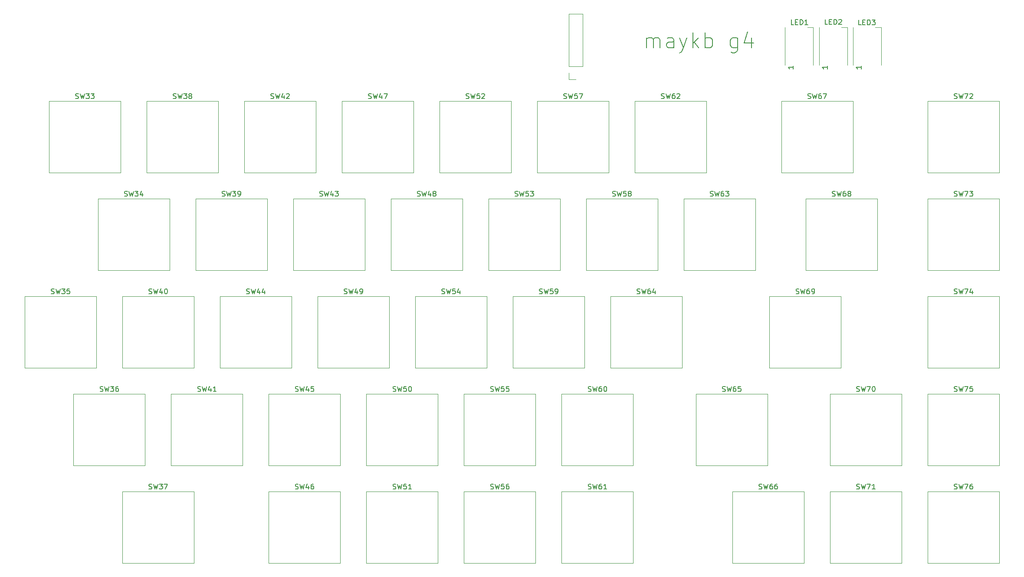
<source format=gbr>
%TF.GenerationSoftware,KiCad,Pcbnew,7.0.9*%
%TF.CreationDate,2024-01-14T20:09:13+01:00*%
%TF.ProjectId,right_pcb,72696768-745f-4706-9362-2e6b69636164,rev?*%
%TF.SameCoordinates,Original*%
%TF.FileFunction,Legend,Top*%
%TF.FilePolarity,Positive*%
%FSLAX46Y46*%
G04 Gerber Fmt 4.6, Leading zero omitted, Abs format (unit mm)*
G04 Created by KiCad (PCBNEW 7.0.9) date 2024-01-14 20:09:13*
%MOMM*%
%LPD*%
G01*
G04 APERTURE LIST*
%ADD10C,0.150000*%
%ADD11C,0.120000*%
%ADD12R,0.900000X1.500000*%
%ADD13C,1.700000*%
%ADD14C,4.000000*%
%ADD15C,2.200000*%
%ADD16C,3.050000*%
%ADD17R,1.700000X1.700000*%
%ADD18O,1.700000X1.700000*%
%ADD19C,1.300000*%
%ADD20C,0.650000*%
%ADD21O,1.000000X1.600000*%
%ADD22O,1.000000X2.100000*%
G04 APERTURE END LIST*
D10*
X162662969Y-48325057D02*
X162662969Y-46325057D01*
X162662969Y-46610771D02*
X162805826Y-46467914D01*
X162805826Y-46467914D02*
X163091541Y-46325057D01*
X163091541Y-46325057D02*
X163520112Y-46325057D01*
X163520112Y-46325057D02*
X163805826Y-46467914D01*
X163805826Y-46467914D02*
X163948684Y-46753628D01*
X163948684Y-46753628D02*
X163948684Y-48325057D01*
X163948684Y-46753628D02*
X164091541Y-46467914D01*
X164091541Y-46467914D02*
X164377255Y-46325057D01*
X164377255Y-46325057D02*
X164805826Y-46325057D01*
X164805826Y-46325057D02*
X165091541Y-46467914D01*
X165091541Y-46467914D02*
X165234398Y-46753628D01*
X165234398Y-46753628D02*
X165234398Y-48325057D01*
X167948684Y-48325057D02*
X167948684Y-46753628D01*
X167948684Y-46753628D02*
X167805826Y-46467914D01*
X167805826Y-46467914D02*
X167520112Y-46325057D01*
X167520112Y-46325057D02*
X166948684Y-46325057D01*
X166948684Y-46325057D02*
X166662969Y-46467914D01*
X167948684Y-48182200D02*
X167662969Y-48325057D01*
X167662969Y-48325057D02*
X166948684Y-48325057D01*
X166948684Y-48325057D02*
X166662969Y-48182200D01*
X166662969Y-48182200D02*
X166520112Y-47896485D01*
X166520112Y-47896485D02*
X166520112Y-47610771D01*
X166520112Y-47610771D02*
X166662969Y-47325057D01*
X166662969Y-47325057D02*
X166948684Y-47182200D01*
X166948684Y-47182200D02*
X167662969Y-47182200D01*
X167662969Y-47182200D02*
X167948684Y-47039342D01*
X169091541Y-46325057D02*
X169805827Y-48325057D01*
X170520112Y-46325057D02*
X169805827Y-48325057D01*
X169805827Y-48325057D02*
X169520112Y-49039342D01*
X169520112Y-49039342D02*
X169377255Y-49182200D01*
X169377255Y-49182200D02*
X169091541Y-49325057D01*
X171662969Y-48325057D02*
X171662969Y-45325057D01*
X171948684Y-47182200D02*
X172805826Y-48325057D01*
X172805826Y-46325057D02*
X171662969Y-47467914D01*
X174091540Y-48325057D02*
X174091540Y-45325057D01*
X174091540Y-46467914D02*
X174377255Y-46325057D01*
X174377255Y-46325057D02*
X174948683Y-46325057D01*
X174948683Y-46325057D02*
X175234397Y-46467914D01*
X175234397Y-46467914D02*
X175377255Y-46610771D01*
X175377255Y-46610771D02*
X175520112Y-46896485D01*
X175520112Y-46896485D02*
X175520112Y-47753628D01*
X175520112Y-47753628D02*
X175377255Y-48039342D01*
X175377255Y-48039342D02*
X175234397Y-48182200D01*
X175234397Y-48182200D02*
X174948683Y-48325057D01*
X174948683Y-48325057D02*
X174377255Y-48325057D01*
X174377255Y-48325057D02*
X174091540Y-48182200D01*
X180377255Y-46325057D02*
X180377255Y-48753628D01*
X180377255Y-48753628D02*
X180234397Y-49039342D01*
X180234397Y-49039342D02*
X180091540Y-49182200D01*
X180091540Y-49182200D02*
X179805826Y-49325057D01*
X179805826Y-49325057D02*
X179377255Y-49325057D01*
X179377255Y-49325057D02*
X179091540Y-49182200D01*
X180377255Y-48182200D02*
X180091540Y-48325057D01*
X180091540Y-48325057D02*
X179520112Y-48325057D01*
X179520112Y-48325057D02*
X179234397Y-48182200D01*
X179234397Y-48182200D02*
X179091540Y-48039342D01*
X179091540Y-48039342D02*
X178948683Y-47753628D01*
X178948683Y-47753628D02*
X178948683Y-46896485D01*
X178948683Y-46896485D02*
X179091540Y-46610771D01*
X179091540Y-46610771D02*
X179234397Y-46467914D01*
X179234397Y-46467914D02*
X179520112Y-46325057D01*
X179520112Y-46325057D02*
X180091540Y-46325057D01*
X180091540Y-46325057D02*
X180377255Y-46467914D01*
X183091541Y-46325057D02*
X183091541Y-48325057D01*
X182377255Y-45182200D02*
X181662969Y-47325057D01*
X181662969Y-47325057D02*
X183520112Y-47325057D01*
X204493752Y-43849219D02*
X204017562Y-43849219D01*
X204017562Y-43849219D02*
X204017562Y-42849219D01*
X204827086Y-43325409D02*
X205160419Y-43325409D01*
X205303276Y-43849219D02*
X204827086Y-43849219D01*
X204827086Y-43849219D02*
X204827086Y-42849219D01*
X204827086Y-42849219D02*
X205303276Y-42849219D01*
X205731848Y-43849219D02*
X205731848Y-42849219D01*
X205731848Y-42849219D02*
X205969943Y-42849219D01*
X205969943Y-42849219D02*
X206112800Y-42896838D01*
X206112800Y-42896838D02*
X206208038Y-42992076D01*
X206208038Y-42992076D02*
X206255657Y-43087314D01*
X206255657Y-43087314D02*
X206303276Y-43277790D01*
X206303276Y-43277790D02*
X206303276Y-43420647D01*
X206303276Y-43420647D02*
X206255657Y-43611123D01*
X206255657Y-43611123D02*
X206208038Y-43706361D01*
X206208038Y-43706361D02*
X206112800Y-43801600D01*
X206112800Y-43801600D02*
X205969943Y-43849219D01*
X205969943Y-43849219D02*
X205731848Y-43849219D01*
X206636610Y-42849219D02*
X207255657Y-42849219D01*
X207255657Y-42849219D02*
X206922324Y-43230171D01*
X206922324Y-43230171D02*
X207065181Y-43230171D01*
X207065181Y-43230171D02*
X207160419Y-43277790D01*
X207160419Y-43277790D02*
X207208038Y-43325409D01*
X207208038Y-43325409D02*
X207255657Y-43420647D01*
X207255657Y-43420647D02*
X207255657Y-43658742D01*
X207255657Y-43658742D02*
X207208038Y-43753980D01*
X207208038Y-43753980D02*
X207160419Y-43801600D01*
X207160419Y-43801600D02*
X207065181Y-43849219D01*
X207065181Y-43849219D02*
X206779467Y-43849219D01*
X206779467Y-43849219D02*
X206684229Y-43801600D01*
X206684229Y-43801600D02*
X206636610Y-43753980D01*
X204517619Y-51858685D02*
X204517619Y-52430113D01*
X204517619Y-52144399D02*
X203517619Y-52144399D01*
X203517619Y-52144399D02*
X203660476Y-52239637D01*
X203660476Y-52239637D02*
X203755714Y-52334875D01*
X203755714Y-52334875D02*
X203803333Y-52430113D01*
X103612976Y-96293200D02*
X103755833Y-96340819D01*
X103755833Y-96340819D02*
X103993928Y-96340819D01*
X103993928Y-96340819D02*
X104089166Y-96293200D01*
X104089166Y-96293200D02*
X104136785Y-96245580D01*
X104136785Y-96245580D02*
X104184404Y-96150342D01*
X104184404Y-96150342D02*
X104184404Y-96055104D01*
X104184404Y-96055104D02*
X104136785Y-95959866D01*
X104136785Y-95959866D02*
X104089166Y-95912247D01*
X104089166Y-95912247D02*
X103993928Y-95864628D01*
X103993928Y-95864628D02*
X103803452Y-95817009D01*
X103803452Y-95817009D02*
X103708214Y-95769390D01*
X103708214Y-95769390D02*
X103660595Y-95721771D01*
X103660595Y-95721771D02*
X103612976Y-95626533D01*
X103612976Y-95626533D02*
X103612976Y-95531295D01*
X103612976Y-95531295D02*
X103660595Y-95436057D01*
X103660595Y-95436057D02*
X103708214Y-95388438D01*
X103708214Y-95388438D02*
X103803452Y-95340819D01*
X103803452Y-95340819D02*
X104041547Y-95340819D01*
X104041547Y-95340819D02*
X104184404Y-95388438D01*
X104517738Y-95340819D02*
X104755833Y-96340819D01*
X104755833Y-96340819D02*
X104946309Y-95626533D01*
X104946309Y-95626533D02*
X105136785Y-96340819D01*
X105136785Y-96340819D02*
X105374881Y-95340819D01*
X106184404Y-95674152D02*
X106184404Y-96340819D01*
X105946309Y-95293200D02*
X105708214Y-96007485D01*
X105708214Y-96007485D02*
X106327261Y-96007485D01*
X106755833Y-96340819D02*
X106946309Y-96340819D01*
X106946309Y-96340819D02*
X107041547Y-96293200D01*
X107041547Y-96293200D02*
X107089166Y-96245580D01*
X107089166Y-96245580D02*
X107184404Y-96102723D01*
X107184404Y-96102723D02*
X107232023Y-95912247D01*
X107232023Y-95912247D02*
X107232023Y-95531295D01*
X107232023Y-95531295D02*
X107184404Y-95436057D01*
X107184404Y-95436057D02*
X107136785Y-95388438D01*
X107136785Y-95388438D02*
X107041547Y-95340819D01*
X107041547Y-95340819D02*
X106851071Y-95340819D01*
X106851071Y-95340819D02*
X106755833Y-95388438D01*
X106755833Y-95388438D02*
X106708214Y-95436057D01*
X106708214Y-95436057D02*
X106660595Y-95531295D01*
X106660595Y-95531295D02*
X106660595Y-95769390D01*
X106660595Y-95769390D02*
X106708214Y-95864628D01*
X106708214Y-95864628D02*
X106755833Y-95912247D01*
X106755833Y-95912247D02*
X106851071Y-95959866D01*
X106851071Y-95959866D02*
X107041547Y-95959866D01*
X107041547Y-95959866D02*
X107136785Y-95912247D01*
X107136785Y-95912247D02*
X107184404Y-95864628D01*
X107184404Y-95864628D02*
X107232023Y-95769390D01*
X117900476Y-77243200D02*
X118043333Y-77290819D01*
X118043333Y-77290819D02*
X118281428Y-77290819D01*
X118281428Y-77290819D02*
X118376666Y-77243200D01*
X118376666Y-77243200D02*
X118424285Y-77195580D01*
X118424285Y-77195580D02*
X118471904Y-77100342D01*
X118471904Y-77100342D02*
X118471904Y-77005104D01*
X118471904Y-77005104D02*
X118424285Y-76909866D01*
X118424285Y-76909866D02*
X118376666Y-76862247D01*
X118376666Y-76862247D02*
X118281428Y-76814628D01*
X118281428Y-76814628D02*
X118090952Y-76767009D01*
X118090952Y-76767009D02*
X117995714Y-76719390D01*
X117995714Y-76719390D02*
X117948095Y-76671771D01*
X117948095Y-76671771D02*
X117900476Y-76576533D01*
X117900476Y-76576533D02*
X117900476Y-76481295D01*
X117900476Y-76481295D02*
X117948095Y-76386057D01*
X117948095Y-76386057D02*
X117995714Y-76338438D01*
X117995714Y-76338438D02*
X118090952Y-76290819D01*
X118090952Y-76290819D02*
X118329047Y-76290819D01*
X118329047Y-76290819D02*
X118471904Y-76338438D01*
X118805238Y-76290819D02*
X119043333Y-77290819D01*
X119043333Y-77290819D02*
X119233809Y-76576533D01*
X119233809Y-76576533D02*
X119424285Y-77290819D01*
X119424285Y-77290819D02*
X119662381Y-76290819D01*
X120471904Y-76624152D02*
X120471904Y-77290819D01*
X120233809Y-76243200D02*
X119995714Y-76957485D01*
X119995714Y-76957485D02*
X120614761Y-76957485D01*
X121138571Y-76719390D02*
X121043333Y-76671771D01*
X121043333Y-76671771D02*
X120995714Y-76624152D01*
X120995714Y-76624152D02*
X120948095Y-76528914D01*
X120948095Y-76528914D02*
X120948095Y-76481295D01*
X120948095Y-76481295D02*
X120995714Y-76386057D01*
X120995714Y-76386057D02*
X121043333Y-76338438D01*
X121043333Y-76338438D02*
X121138571Y-76290819D01*
X121138571Y-76290819D02*
X121329047Y-76290819D01*
X121329047Y-76290819D02*
X121424285Y-76338438D01*
X121424285Y-76338438D02*
X121471904Y-76386057D01*
X121471904Y-76386057D02*
X121519523Y-76481295D01*
X121519523Y-76481295D02*
X121519523Y-76528914D01*
X121519523Y-76528914D02*
X121471904Y-76624152D01*
X121471904Y-76624152D02*
X121424285Y-76671771D01*
X121424285Y-76671771D02*
X121329047Y-76719390D01*
X121329047Y-76719390D02*
X121138571Y-76719390D01*
X121138571Y-76719390D02*
X121043333Y-76767009D01*
X121043333Y-76767009D02*
X120995714Y-76814628D01*
X120995714Y-76814628D02*
X120948095Y-76909866D01*
X120948095Y-76909866D02*
X120948095Y-77100342D01*
X120948095Y-77100342D02*
X120995714Y-77195580D01*
X120995714Y-77195580D02*
X121043333Y-77243200D01*
X121043333Y-77243200D02*
X121138571Y-77290819D01*
X121138571Y-77290819D02*
X121329047Y-77290819D01*
X121329047Y-77290819D02*
X121424285Y-77243200D01*
X121424285Y-77243200D02*
X121471904Y-77195580D01*
X121471904Y-77195580D02*
X121519523Y-77100342D01*
X121519523Y-77100342D02*
X121519523Y-76909866D01*
X121519523Y-76909866D02*
X121471904Y-76814628D01*
X121471904Y-76814628D02*
X121424285Y-76767009D01*
X121424285Y-76767009D02*
X121329047Y-76719390D01*
X132187976Y-115343200D02*
X132330833Y-115390819D01*
X132330833Y-115390819D02*
X132568928Y-115390819D01*
X132568928Y-115390819D02*
X132664166Y-115343200D01*
X132664166Y-115343200D02*
X132711785Y-115295580D01*
X132711785Y-115295580D02*
X132759404Y-115200342D01*
X132759404Y-115200342D02*
X132759404Y-115105104D01*
X132759404Y-115105104D02*
X132711785Y-115009866D01*
X132711785Y-115009866D02*
X132664166Y-114962247D01*
X132664166Y-114962247D02*
X132568928Y-114914628D01*
X132568928Y-114914628D02*
X132378452Y-114867009D01*
X132378452Y-114867009D02*
X132283214Y-114819390D01*
X132283214Y-114819390D02*
X132235595Y-114771771D01*
X132235595Y-114771771D02*
X132187976Y-114676533D01*
X132187976Y-114676533D02*
X132187976Y-114581295D01*
X132187976Y-114581295D02*
X132235595Y-114486057D01*
X132235595Y-114486057D02*
X132283214Y-114438438D01*
X132283214Y-114438438D02*
X132378452Y-114390819D01*
X132378452Y-114390819D02*
X132616547Y-114390819D01*
X132616547Y-114390819D02*
X132759404Y-114438438D01*
X133092738Y-114390819D02*
X133330833Y-115390819D01*
X133330833Y-115390819D02*
X133521309Y-114676533D01*
X133521309Y-114676533D02*
X133711785Y-115390819D01*
X133711785Y-115390819D02*
X133949881Y-114390819D01*
X134807023Y-114390819D02*
X134330833Y-114390819D01*
X134330833Y-114390819D02*
X134283214Y-114867009D01*
X134283214Y-114867009D02*
X134330833Y-114819390D01*
X134330833Y-114819390D02*
X134426071Y-114771771D01*
X134426071Y-114771771D02*
X134664166Y-114771771D01*
X134664166Y-114771771D02*
X134759404Y-114819390D01*
X134759404Y-114819390D02*
X134807023Y-114867009D01*
X134807023Y-114867009D02*
X134854642Y-114962247D01*
X134854642Y-114962247D02*
X134854642Y-115200342D01*
X134854642Y-115200342D02*
X134807023Y-115295580D01*
X134807023Y-115295580D02*
X134759404Y-115343200D01*
X134759404Y-115343200D02*
X134664166Y-115390819D01*
X134664166Y-115390819D02*
X134426071Y-115390819D01*
X134426071Y-115390819D02*
X134330833Y-115343200D01*
X134330833Y-115343200D02*
X134283214Y-115295580D01*
X135759404Y-114390819D02*
X135283214Y-114390819D01*
X135283214Y-114390819D02*
X135235595Y-114867009D01*
X135235595Y-114867009D02*
X135283214Y-114819390D01*
X135283214Y-114819390D02*
X135378452Y-114771771D01*
X135378452Y-114771771D02*
X135616547Y-114771771D01*
X135616547Y-114771771D02*
X135711785Y-114819390D01*
X135711785Y-114819390D02*
X135759404Y-114867009D01*
X135759404Y-114867009D02*
X135807023Y-114962247D01*
X135807023Y-114962247D02*
X135807023Y-115200342D01*
X135807023Y-115200342D02*
X135759404Y-115295580D01*
X135759404Y-115295580D02*
X135711785Y-115343200D01*
X135711785Y-115343200D02*
X135616547Y-115390819D01*
X135616547Y-115390819D02*
X135378452Y-115390819D01*
X135378452Y-115390819D02*
X135283214Y-115343200D01*
X135283214Y-115343200D02*
X135235595Y-115295580D01*
X203625476Y-115343200D02*
X203768333Y-115390819D01*
X203768333Y-115390819D02*
X204006428Y-115390819D01*
X204006428Y-115390819D02*
X204101666Y-115343200D01*
X204101666Y-115343200D02*
X204149285Y-115295580D01*
X204149285Y-115295580D02*
X204196904Y-115200342D01*
X204196904Y-115200342D02*
X204196904Y-115105104D01*
X204196904Y-115105104D02*
X204149285Y-115009866D01*
X204149285Y-115009866D02*
X204101666Y-114962247D01*
X204101666Y-114962247D02*
X204006428Y-114914628D01*
X204006428Y-114914628D02*
X203815952Y-114867009D01*
X203815952Y-114867009D02*
X203720714Y-114819390D01*
X203720714Y-114819390D02*
X203673095Y-114771771D01*
X203673095Y-114771771D02*
X203625476Y-114676533D01*
X203625476Y-114676533D02*
X203625476Y-114581295D01*
X203625476Y-114581295D02*
X203673095Y-114486057D01*
X203673095Y-114486057D02*
X203720714Y-114438438D01*
X203720714Y-114438438D02*
X203815952Y-114390819D01*
X203815952Y-114390819D02*
X204054047Y-114390819D01*
X204054047Y-114390819D02*
X204196904Y-114438438D01*
X204530238Y-114390819D02*
X204768333Y-115390819D01*
X204768333Y-115390819D02*
X204958809Y-114676533D01*
X204958809Y-114676533D02*
X205149285Y-115390819D01*
X205149285Y-115390819D02*
X205387381Y-114390819D01*
X205673095Y-114390819D02*
X206339761Y-114390819D01*
X206339761Y-114390819D02*
X205911190Y-115390819D01*
X206911190Y-114390819D02*
X207006428Y-114390819D01*
X207006428Y-114390819D02*
X207101666Y-114438438D01*
X207101666Y-114438438D02*
X207149285Y-114486057D01*
X207149285Y-114486057D02*
X207196904Y-114581295D01*
X207196904Y-114581295D02*
X207244523Y-114771771D01*
X207244523Y-114771771D02*
X207244523Y-115009866D01*
X207244523Y-115009866D02*
X207196904Y-115200342D01*
X207196904Y-115200342D02*
X207149285Y-115295580D01*
X207149285Y-115295580D02*
X207101666Y-115343200D01*
X207101666Y-115343200D02*
X207006428Y-115390819D01*
X207006428Y-115390819D02*
X206911190Y-115390819D01*
X206911190Y-115390819D02*
X206815952Y-115343200D01*
X206815952Y-115343200D02*
X206768333Y-115295580D01*
X206768333Y-115295580D02*
X206720714Y-115200342D01*
X206720714Y-115200342D02*
X206673095Y-115009866D01*
X206673095Y-115009866D02*
X206673095Y-114771771D01*
X206673095Y-114771771D02*
X206720714Y-114581295D01*
X206720714Y-114581295D02*
X206768333Y-114486057D01*
X206768333Y-114486057D02*
X206815952Y-114438438D01*
X206815952Y-114438438D02*
X206911190Y-114390819D01*
X222675476Y-115343200D02*
X222818333Y-115390819D01*
X222818333Y-115390819D02*
X223056428Y-115390819D01*
X223056428Y-115390819D02*
X223151666Y-115343200D01*
X223151666Y-115343200D02*
X223199285Y-115295580D01*
X223199285Y-115295580D02*
X223246904Y-115200342D01*
X223246904Y-115200342D02*
X223246904Y-115105104D01*
X223246904Y-115105104D02*
X223199285Y-115009866D01*
X223199285Y-115009866D02*
X223151666Y-114962247D01*
X223151666Y-114962247D02*
X223056428Y-114914628D01*
X223056428Y-114914628D02*
X222865952Y-114867009D01*
X222865952Y-114867009D02*
X222770714Y-114819390D01*
X222770714Y-114819390D02*
X222723095Y-114771771D01*
X222723095Y-114771771D02*
X222675476Y-114676533D01*
X222675476Y-114676533D02*
X222675476Y-114581295D01*
X222675476Y-114581295D02*
X222723095Y-114486057D01*
X222723095Y-114486057D02*
X222770714Y-114438438D01*
X222770714Y-114438438D02*
X222865952Y-114390819D01*
X222865952Y-114390819D02*
X223104047Y-114390819D01*
X223104047Y-114390819D02*
X223246904Y-114438438D01*
X223580238Y-114390819D02*
X223818333Y-115390819D01*
X223818333Y-115390819D02*
X224008809Y-114676533D01*
X224008809Y-114676533D02*
X224199285Y-115390819D01*
X224199285Y-115390819D02*
X224437381Y-114390819D01*
X224723095Y-114390819D02*
X225389761Y-114390819D01*
X225389761Y-114390819D02*
X224961190Y-115390819D01*
X226246904Y-114390819D02*
X225770714Y-114390819D01*
X225770714Y-114390819D02*
X225723095Y-114867009D01*
X225723095Y-114867009D02*
X225770714Y-114819390D01*
X225770714Y-114819390D02*
X225865952Y-114771771D01*
X225865952Y-114771771D02*
X226104047Y-114771771D01*
X226104047Y-114771771D02*
X226199285Y-114819390D01*
X226199285Y-114819390D02*
X226246904Y-114867009D01*
X226246904Y-114867009D02*
X226294523Y-114962247D01*
X226294523Y-114962247D02*
X226294523Y-115200342D01*
X226294523Y-115200342D02*
X226246904Y-115295580D01*
X226246904Y-115295580D02*
X226199285Y-115343200D01*
X226199285Y-115343200D02*
X226104047Y-115390819D01*
X226104047Y-115390819D02*
X225865952Y-115390819D01*
X225865952Y-115390819D02*
X225770714Y-115343200D01*
X225770714Y-115343200D02*
X225723095Y-115295580D01*
X122662976Y-96293200D02*
X122805833Y-96340819D01*
X122805833Y-96340819D02*
X123043928Y-96340819D01*
X123043928Y-96340819D02*
X123139166Y-96293200D01*
X123139166Y-96293200D02*
X123186785Y-96245580D01*
X123186785Y-96245580D02*
X123234404Y-96150342D01*
X123234404Y-96150342D02*
X123234404Y-96055104D01*
X123234404Y-96055104D02*
X123186785Y-95959866D01*
X123186785Y-95959866D02*
X123139166Y-95912247D01*
X123139166Y-95912247D02*
X123043928Y-95864628D01*
X123043928Y-95864628D02*
X122853452Y-95817009D01*
X122853452Y-95817009D02*
X122758214Y-95769390D01*
X122758214Y-95769390D02*
X122710595Y-95721771D01*
X122710595Y-95721771D02*
X122662976Y-95626533D01*
X122662976Y-95626533D02*
X122662976Y-95531295D01*
X122662976Y-95531295D02*
X122710595Y-95436057D01*
X122710595Y-95436057D02*
X122758214Y-95388438D01*
X122758214Y-95388438D02*
X122853452Y-95340819D01*
X122853452Y-95340819D02*
X123091547Y-95340819D01*
X123091547Y-95340819D02*
X123234404Y-95388438D01*
X123567738Y-95340819D02*
X123805833Y-96340819D01*
X123805833Y-96340819D02*
X123996309Y-95626533D01*
X123996309Y-95626533D02*
X124186785Y-96340819D01*
X124186785Y-96340819D02*
X124424881Y-95340819D01*
X125282023Y-95340819D02*
X124805833Y-95340819D01*
X124805833Y-95340819D02*
X124758214Y-95817009D01*
X124758214Y-95817009D02*
X124805833Y-95769390D01*
X124805833Y-95769390D02*
X124901071Y-95721771D01*
X124901071Y-95721771D02*
X125139166Y-95721771D01*
X125139166Y-95721771D02*
X125234404Y-95769390D01*
X125234404Y-95769390D02*
X125282023Y-95817009D01*
X125282023Y-95817009D02*
X125329642Y-95912247D01*
X125329642Y-95912247D02*
X125329642Y-96150342D01*
X125329642Y-96150342D02*
X125282023Y-96245580D01*
X125282023Y-96245580D02*
X125234404Y-96293200D01*
X125234404Y-96293200D02*
X125139166Y-96340819D01*
X125139166Y-96340819D02*
X124901071Y-96340819D01*
X124901071Y-96340819D02*
X124805833Y-96293200D01*
X124805833Y-96293200D02*
X124758214Y-96245580D01*
X126186785Y-95674152D02*
X126186785Y-96340819D01*
X125948690Y-95293200D02*
X125710595Y-96007485D01*
X125710595Y-96007485D02*
X126329642Y-96007485D01*
X79800476Y-77243200D02*
X79943333Y-77290819D01*
X79943333Y-77290819D02*
X80181428Y-77290819D01*
X80181428Y-77290819D02*
X80276666Y-77243200D01*
X80276666Y-77243200D02*
X80324285Y-77195580D01*
X80324285Y-77195580D02*
X80371904Y-77100342D01*
X80371904Y-77100342D02*
X80371904Y-77005104D01*
X80371904Y-77005104D02*
X80324285Y-76909866D01*
X80324285Y-76909866D02*
X80276666Y-76862247D01*
X80276666Y-76862247D02*
X80181428Y-76814628D01*
X80181428Y-76814628D02*
X79990952Y-76767009D01*
X79990952Y-76767009D02*
X79895714Y-76719390D01*
X79895714Y-76719390D02*
X79848095Y-76671771D01*
X79848095Y-76671771D02*
X79800476Y-76576533D01*
X79800476Y-76576533D02*
X79800476Y-76481295D01*
X79800476Y-76481295D02*
X79848095Y-76386057D01*
X79848095Y-76386057D02*
X79895714Y-76338438D01*
X79895714Y-76338438D02*
X79990952Y-76290819D01*
X79990952Y-76290819D02*
X80229047Y-76290819D01*
X80229047Y-76290819D02*
X80371904Y-76338438D01*
X80705238Y-76290819D02*
X80943333Y-77290819D01*
X80943333Y-77290819D02*
X81133809Y-76576533D01*
X81133809Y-76576533D02*
X81324285Y-77290819D01*
X81324285Y-77290819D02*
X81562381Y-76290819D01*
X81848095Y-76290819D02*
X82467142Y-76290819D01*
X82467142Y-76290819D02*
X82133809Y-76671771D01*
X82133809Y-76671771D02*
X82276666Y-76671771D01*
X82276666Y-76671771D02*
X82371904Y-76719390D01*
X82371904Y-76719390D02*
X82419523Y-76767009D01*
X82419523Y-76767009D02*
X82467142Y-76862247D01*
X82467142Y-76862247D02*
X82467142Y-77100342D01*
X82467142Y-77100342D02*
X82419523Y-77195580D01*
X82419523Y-77195580D02*
X82371904Y-77243200D01*
X82371904Y-77243200D02*
X82276666Y-77290819D01*
X82276666Y-77290819D02*
X81990952Y-77290819D01*
X81990952Y-77290819D02*
X81895714Y-77243200D01*
X81895714Y-77243200D02*
X81848095Y-77195580D01*
X82943333Y-77290819D02*
X83133809Y-77290819D01*
X83133809Y-77290819D02*
X83229047Y-77243200D01*
X83229047Y-77243200D02*
X83276666Y-77195580D01*
X83276666Y-77195580D02*
X83371904Y-77052723D01*
X83371904Y-77052723D02*
X83419523Y-76862247D01*
X83419523Y-76862247D02*
X83419523Y-76481295D01*
X83419523Y-76481295D02*
X83371904Y-76386057D01*
X83371904Y-76386057D02*
X83324285Y-76338438D01*
X83324285Y-76338438D02*
X83229047Y-76290819D01*
X83229047Y-76290819D02*
X83038571Y-76290819D01*
X83038571Y-76290819D02*
X82943333Y-76338438D01*
X82943333Y-76338438D02*
X82895714Y-76386057D01*
X82895714Y-76386057D02*
X82848095Y-76481295D01*
X82848095Y-76481295D02*
X82848095Y-76719390D01*
X82848095Y-76719390D02*
X82895714Y-76814628D01*
X82895714Y-76814628D02*
X82943333Y-76862247D01*
X82943333Y-76862247D02*
X83038571Y-76909866D01*
X83038571Y-76909866D02*
X83229047Y-76909866D01*
X83229047Y-76909866D02*
X83324285Y-76862247D01*
X83324285Y-76862247D02*
X83371904Y-76814628D01*
X83371904Y-76814628D02*
X83419523Y-76719390D01*
X146475476Y-58193200D02*
X146618333Y-58240819D01*
X146618333Y-58240819D02*
X146856428Y-58240819D01*
X146856428Y-58240819D02*
X146951666Y-58193200D01*
X146951666Y-58193200D02*
X146999285Y-58145580D01*
X146999285Y-58145580D02*
X147046904Y-58050342D01*
X147046904Y-58050342D02*
X147046904Y-57955104D01*
X147046904Y-57955104D02*
X146999285Y-57859866D01*
X146999285Y-57859866D02*
X146951666Y-57812247D01*
X146951666Y-57812247D02*
X146856428Y-57764628D01*
X146856428Y-57764628D02*
X146665952Y-57717009D01*
X146665952Y-57717009D02*
X146570714Y-57669390D01*
X146570714Y-57669390D02*
X146523095Y-57621771D01*
X146523095Y-57621771D02*
X146475476Y-57526533D01*
X146475476Y-57526533D02*
X146475476Y-57431295D01*
X146475476Y-57431295D02*
X146523095Y-57336057D01*
X146523095Y-57336057D02*
X146570714Y-57288438D01*
X146570714Y-57288438D02*
X146665952Y-57240819D01*
X146665952Y-57240819D02*
X146904047Y-57240819D01*
X146904047Y-57240819D02*
X147046904Y-57288438D01*
X147380238Y-57240819D02*
X147618333Y-58240819D01*
X147618333Y-58240819D02*
X147808809Y-57526533D01*
X147808809Y-57526533D02*
X147999285Y-58240819D01*
X147999285Y-58240819D02*
X148237381Y-57240819D01*
X149094523Y-57240819D02*
X148618333Y-57240819D01*
X148618333Y-57240819D02*
X148570714Y-57717009D01*
X148570714Y-57717009D02*
X148618333Y-57669390D01*
X148618333Y-57669390D02*
X148713571Y-57621771D01*
X148713571Y-57621771D02*
X148951666Y-57621771D01*
X148951666Y-57621771D02*
X149046904Y-57669390D01*
X149046904Y-57669390D02*
X149094523Y-57717009D01*
X149094523Y-57717009D02*
X149142142Y-57812247D01*
X149142142Y-57812247D02*
X149142142Y-58050342D01*
X149142142Y-58050342D02*
X149094523Y-58145580D01*
X149094523Y-58145580D02*
X149046904Y-58193200D01*
X149046904Y-58193200D02*
X148951666Y-58240819D01*
X148951666Y-58240819D02*
X148713571Y-58240819D01*
X148713571Y-58240819D02*
X148618333Y-58193200D01*
X148618333Y-58193200D02*
X148570714Y-58145580D01*
X149475476Y-57240819D02*
X150142142Y-57240819D01*
X150142142Y-57240819D02*
X149713571Y-58240819D01*
X222675476Y-96293200D02*
X222818333Y-96340819D01*
X222818333Y-96340819D02*
X223056428Y-96340819D01*
X223056428Y-96340819D02*
X223151666Y-96293200D01*
X223151666Y-96293200D02*
X223199285Y-96245580D01*
X223199285Y-96245580D02*
X223246904Y-96150342D01*
X223246904Y-96150342D02*
X223246904Y-96055104D01*
X223246904Y-96055104D02*
X223199285Y-95959866D01*
X223199285Y-95959866D02*
X223151666Y-95912247D01*
X223151666Y-95912247D02*
X223056428Y-95864628D01*
X223056428Y-95864628D02*
X222865952Y-95817009D01*
X222865952Y-95817009D02*
X222770714Y-95769390D01*
X222770714Y-95769390D02*
X222723095Y-95721771D01*
X222723095Y-95721771D02*
X222675476Y-95626533D01*
X222675476Y-95626533D02*
X222675476Y-95531295D01*
X222675476Y-95531295D02*
X222723095Y-95436057D01*
X222723095Y-95436057D02*
X222770714Y-95388438D01*
X222770714Y-95388438D02*
X222865952Y-95340819D01*
X222865952Y-95340819D02*
X223104047Y-95340819D01*
X223104047Y-95340819D02*
X223246904Y-95388438D01*
X223580238Y-95340819D02*
X223818333Y-96340819D01*
X223818333Y-96340819D02*
X224008809Y-95626533D01*
X224008809Y-95626533D02*
X224199285Y-96340819D01*
X224199285Y-96340819D02*
X224437381Y-95340819D01*
X224723095Y-95340819D02*
X225389761Y-95340819D01*
X225389761Y-95340819D02*
X224961190Y-96340819D01*
X226199285Y-95674152D02*
X226199285Y-96340819D01*
X225961190Y-95293200D02*
X225723095Y-96007485D01*
X225723095Y-96007485D02*
X226342142Y-96007485D01*
X222675476Y-134393200D02*
X222818333Y-134440819D01*
X222818333Y-134440819D02*
X223056428Y-134440819D01*
X223056428Y-134440819D02*
X223151666Y-134393200D01*
X223151666Y-134393200D02*
X223199285Y-134345580D01*
X223199285Y-134345580D02*
X223246904Y-134250342D01*
X223246904Y-134250342D02*
X223246904Y-134155104D01*
X223246904Y-134155104D02*
X223199285Y-134059866D01*
X223199285Y-134059866D02*
X223151666Y-134012247D01*
X223151666Y-134012247D02*
X223056428Y-133964628D01*
X223056428Y-133964628D02*
X222865952Y-133917009D01*
X222865952Y-133917009D02*
X222770714Y-133869390D01*
X222770714Y-133869390D02*
X222723095Y-133821771D01*
X222723095Y-133821771D02*
X222675476Y-133726533D01*
X222675476Y-133726533D02*
X222675476Y-133631295D01*
X222675476Y-133631295D02*
X222723095Y-133536057D01*
X222723095Y-133536057D02*
X222770714Y-133488438D01*
X222770714Y-133488438D02*
X222865952Y-133440819D01*
X222865952Y-133440819D02*
X223104047Y-133440819D01*
X223104047Y-133440819D02*
X223246904Y-133488438D01*
X223580238Y-133440819D02*
X223818333Y-134440819D01*
X223818333Y-134440819D02*
X224008809Y-133726533D01*
X224008809Y-133726533D02*
X224199285Y-134440819D01*
X224199285Y-134440819D02*
X224437381Y-133440819D01*
X224723095Y-133440819D02*
X225389761Y-133440819D01*
X225389761Y-133440819D02*
X224961190Y-134440819D01*
X226199285Y-133440819D02*
X226008809Y-133440819D01*
X226008809Y-133440819D02*
X225913571Y-133488438D01*
X225913571Y-133488438D02*
X225865952Y-133536057D01*
X225865952Y-133536057D02*
X225770714Y-133678914D01*
X225770714Y-133678914D02*
X225723095Y-133869390D01*
X225723095Y-133869390D02*
X225723095Y-134250342D01*
X225723095Y-134250342D02*
X225770714Y-134345580D01*
X225770714Y-134345580D02*
X225818333Y-134393200D01*
X225818333Y-134393200D02*
X225913571Y-134440819D01*
X225913571Y-134440819D02*
X226104047Y-134440819D01*
X226104047Y-134440819D02*
X226199285Y-134393200D01*
X226199285Y-134393200D02*
X226246904Y-134345580D01*
X226246904Y-134345580D02*
X226294523Y-134250342D01*
X226294523Y-134250342D02*
X226294523Y-134012247D01*
X226294523Y-134012247D02*
X226246904Y-133917009D01*
X226246904Y-133917009D02*
X226199285Y-133869390D01*
X226199285Y-133869390D02*
X226104047Y-133821771D01*
X226104047Y-133821771D02*
X225913571Y-133821771D01*
X225913571Y-133821771D02*
X225818333Y-133869390D01*
X225818333Y-133869390D02*
X225770714Y-133917009D01*
X225770714Y-133917009D02*
X225723095Y-134012247D01*
X108375476Y-58193200D02*
X108518333Y-58240819D01*
X108518333Y-58240819D02*
X108756428Y-58240819D01*
X108756428Y-58240819D02*
X108851666Y-58193200D01*
X108851666Y-58193200D02*
X108899285Y-58145580D01*
X108899285Y-58145580D02*
X108946904Y-58050342D01*
X108946904Y-58050342D02*
X108946904Y-57955104D01*
X108946904Y-57955104D02*
X108899285Y-57859866D01*
X108899285Y-57859866D02*
X108851666Y-57812247D01*
X108851666Y-57812247D02*
X108756428Y-57764628D01*
X108756428Y-57764628D02*
X108565952Y-57717009D01*
X108565952Y-57717009D02*
X108470714Y-57669390D01*
X108470714Y-57669390D02*
X108423095Y-57621771D01*
X108423095Y-57621771D02*
X108375476Y-57526533D01*
X108375476Y-57526533D02*
X108375476Y-57431295D01*
X108375476Y-57431295D02*
X108423095Y-57336057D01*
X108423095Y-57336057D02*
X108470714Y-57288438D01*
X108470714Y-57288438D02*
X108565952Y-57240819D01*
X108565952Y-57240819D02*
X108804047Y-57240819D01*
X108804047Y-57240819D02*
X108946904Y-57288438D01*
X109280238Y-57240819D02*
X109518333Y-58240819D01*
X109518333Y-58240819D02*
X109708809Y-57526533D01*
X109708809Y-57526533D02*
X109899285Y-58240819D01*
X109899285Y-58240819D02*
X110137381Y-57240819D01*
X110946904Y-57574152D02*
X110946904Y-58240819D01*
X110708809Y-57193200D02*
X110470714Y-57907485D01*
X110470714Y-57907485D02*
X111089761Y-57907485D01*
X111375476Y-57240819D02*
X112042142Y-57240819D01*
X112042142Y-57240819D02*
X111613571Y-58240819D01*
X165525476Y-58193200D02*
X165668333Y-58240819D01*
X165668333Y-58240819D02*
X165906428Y-58240819D01*
X165906428Y-58240819D02*
X166001666Y-58193200D01*
X166001666Y-58193200D02*
X166049285Y-58145580D01*
X166049285Y-58145580D02*
X166096904Y-58050342D01*
X166096904Y-58050342D02*
X166096904Y-57955104D01*
X166096904Y-57955104D02*
X166049285Y-57859866D01*
X166049285Y-57859866D02*
X166001666Y-57812247D01*
X166001666Y-57812247D02*
X165906428Y-57764628D01*
X165906428Y-57764628D02*
X165715952Y-57717009D01*
X165715952Y-57717009D02*
X165620714Y-57669390D01*
X165620714Y-57669390D02*
X165573095Y-57621771D01*
X165573095Y-57621771D02*
X165525476Y-57526533D01*
X165525476Y-57526533D02*
X165525476Y-57431295D01*
X165525476Y-57431295D02*
X165573095Y-57336057D01*
X165573095Y-57336057D02*
X165620714Y-57288438D01*
X165620714Y-57288438D02*
X165715952Y-57240819D01*
X165715952Y-57240819D02*
X165954047Y-57240819D01*
X165954047Y-57240819D02*
X166096904Y-57288438D01*
X166430238Y-57240819D02*
X166668333Y-58240819D01*
X166668333Y-58240819D02*
X166858809Y-57526533D01*
X166858809Y-57526533D02*
X167049285Y-58240819D01*
X167049285Y-58240819D02*
X167287381Y-57240819D01*
X168096904Y-57240819D02*
X167906428Y-57240819D01*
X167906428Y-57240819D02*
X167811190Y-57288438D01*
X167811190Y-57288438D02*
X167763571Y-57336057D01*
X167763571Y-57336057D02*
X167668333Y-57478914D01*
X167668333Y-57478914D02*
X167620714Y-57669390D01*
X167620714Y-57669390D02*
X167620714Y-58050342D01*
X167620714Y-58050342D02*
X167668333Y-58145580D01*
X167668333Y-58145580D02*
X167715952Y-58193200D01*
X167715952Y-58193200D02*
X167811190Y-58240819D01*
X167811190Y-58240819D02*
X168001666Y-58240819D01*
X168001666Y-58240819D02*
X168096904Y-58193200D01*
X168096904Y-58193200D02*
X168144523Y-58145580D01*
X168144523Y-58145580D02*
X168192142Y-58050342D01*
X168192142Y-58050342D02*
X168192142Y-57812247D01*
X168192142Y-57812247D02*
X168144523Y-57717009D01*
X168144523Y-57717009D02*
X168096904Y-57669390D01*
X168096904Y-57669390D02*
X168001666Y-57621771D01*
X168001666Y-57621771D02*
X167811190Y-57621771D01*
X167811190Y-57621771D02*
X167715952Y-57669390D01*
X167715952Y-57669390D02*
X167668333Y-57717009D01*
X167668333Y-57717009D02*
X167620714Y-57812247D01*
X168573095Y-57336057D02*
X168620714Y-57288438D01*
X168620714Y-57288438D02*
X168715952Y-57240819D01*
X168715952Y-57240819D02*
X168954047Y-57240819D01*
X168954047Y-57240819D02*
X169049285Y-57288438D01*
X169049285Y-57288438D02*
X169096904Y-57336057D01*
X169096904Y-57336057D02*
X169144523Y-57431295D01*
X169144523Y-57431295D02*
X169144523Y-57526533D01*
X169144523Y-57526533D02*
X169096904Y-57669390D01*
X169096904Y-57669390D02*
X168525476Y-58240819D01*
X168525476Y-58240819D02*
X169144523Y-58240819D01*
X184575476Y-134393200D02*
X184718333Y-134440819D01*
X184718333Y-134440819D02*
X184956428Y-134440819D01*
X184956428Y-134440819D02*
X185051666Y-134393200D01*
X185051666Y-134393200D02*
X185099285Y-134345580D01*
X185099285Y-134345580D02*
X185146904Y-134250342D01*
X185146904Y-134250342D02*
X185146904Y-134155104D01*
X185146904Y-134155104D02*
X185099285Y-134059866D01*
X185099285Y-134059866D02*
X185051666Y-134012247D01*
X185051666Y-134012247D02*
X184956428Y-133964628D01*
X184956428Y-133964628D02*
X184765952Y-133917009D01*
X184765952Y-133917009D02*
X184670714Y-133869390D01*
X184670714Y-133869390D02*
X184623095Y-133821771D01*
X184623095Y-133821771D02*
X184575476Y-133726533D01*
X184575476Y-133726533D02*
X184575476Y-133631295D01*
X184575476Y-133631295D02*
X184623095Y-133536057D01*
X184623095Y-133536057D02*
X184670714Y-133488438D01*
X184670714Y-133488438D02*
X184765952Y-133440819D01*
X184765952Y-133440819D02*
X185004047Y-133440819D01*
X185004047Y-133440819D02*
X185146904Y-133488438D01*
X185480238Y-133440819D02*
X185718333Y-134440819D01*
X185718333Y-134440819D02*
X185908809Y-133726533D01*
X185908809Y-133726533D02*
X186099285Y-134440819D01*
X186099285Y-134440819D02*
X186337381Y-133440819D01*
X187146904Y-133440819D02*
X186956428Y-133440819D01*
X186956428Y-133440819D02*
X186861190Y-133488438D01*
X186861190Y-133488438D02*
X186813571Y-133536057D01*
X186813571Y-133536057D02*
X186718333Y-133678914D01*
X186718333Y-133678914D02*
X186670714Y-133869390D01*
X186670714Y-133869390D02*
X186670714Y-134250342D01*
X186670714Y-134250342D02*
X186718333Y-134345580D01*
X186718333Y-134345580D02*
X186765952Y-134393200D01*
X186765952Y-134393200D02*
X186861190Y-134440819D01*
X186861190Y-134440819D02*
X187051666Y-134440819D01*
X187051666Y-134440819D02*
X187146904Y-134393200D01*
X187146904Y-134393200D02*
X187194523Y-134345580D01*
X187194523Y-134345580D02*
X187242142Y-134250342D01*
X187242142Y-134250342D02*
X187242142Y-134012247D01*
X187242142Y-134012247D02*
X187194523Y-133917009D01*
X187194523Y-133917009D02*
X187146904Y-133869390D01*
X187146904Y-133869390D02*
X187051666Y-133821771D01*
X187051666Y-133821771D02*
X186861190Y-133821771D01*
X186861190Y-133821771D02*
X186765952Y-133869390D01*
X186765952Y-133869390D02*
X186718333Y-133917009D01*
X186718333Y-133917009D02*
X186670714Y-134012247D01*
X188099285Y-133440819D02*
X187908809Y-133440819D01*
X187908809Y-133440819D02*
X187813571Y-133488438D01*
X187813571Y-133488438D02*
X187765952Y-133536057D01*
X187765952Y-133536057D02*
X187670714Y-133678914D01*
X187670714Y-133678914D02*
X187623095Y-133869390D01*
X187623095Y-133869390D02*
X187623095Y-134250342D01*
X187623095Y-134250342D02*
X187670714Y-134345580D01*
X187670714Y-134345580D02*
X187718333Y-134393200D01*
X187718333Y-134393200D02*
X187813571Y-134440819D01*
X187813571Y-134440819D02*
X188004047Y-134440819D01*
X188004047Y-134440819D02*
X188099285Y-134393200D01*
X188099285Y-134393200D02*
X188146904Y-134345580D01*
X188146904Y-134345580D02*
X188194523Y-134250342D01*
X188194523Y-134250342D02*
X188194523Y-134012247D01*
X188194523Y-134012247D02*
X188146904Y-133917009D01*
X188146904Y-133917009D02*
X188099285Y-133869390D01*
X188099285Y-133869390D02*
X188004047Y-133821771D01*
X188004047Y-133821771D02*
X187813571Y-133821771D01*
X187813571Y-133821771D02*
X187718333Y-133869390D01*
X187718333Y-133869390D02*
X187670714Y-133917009D01*
X187670714Y-133917009D02*
X187623095Y-134012247D01*
X191343752Y-43799219D02*
X190867562Y-43799219D01*
X190867562Y-43799219D02*
X190867562Y-42799219D01*
X191677086Y-43275409D02*
X192010419Y-43275409D01*
X192153276Y-43799219D02*
X191677086Y-43799219D01*
X191677086Y-43799219D02*
X191677086Y-42799219D01*
X191677086Y-42799219D02*
X192153276Y-42799219D01*
X192581848Y-43799219D02*
X192581848Y-42799219D01*
X192581848Y-42799219D02*
X192819943Y-42799219D01*
X192819943Y-42799219D02*
X192962800Y-42846838D01*
X192962800Y-42846838D02*
X193058038Y-42942076D01*
X193058038Y-42942076D02*
X193105657Y-43037314D01*
X193105657Y-43037314D02*
X193153276Y-43227790D01*
X193153276Y-43227790D02*
X193153276Y-43370647D01*
X193153276Y-43370647D02*
X193105657Y-43561123D01*
X193105657Y-43561123D02*
X193058038Y-43656361D01*
X193058038Y-43656361D02*
X192962800Y-43751600D01*
X192962800Y-43751600D02*
X192819943Y-43799219D01*
X192819943Y-43799219D02*
X192581848Y-43799219D01*
X194105657Y-43799219D02*
X193534229Y-43799219D01*
X193819943Y-43799219D02*
X193819943Y-42799219D01*
X193819943Y-42799219D02*
X193724705Y-42942076D01*
X193724705Y-42942076D02*
X193629467Y-43037314D01*
X193629467Y-43037314D02*
X193534229Y-43084933D01*
X191277619Y-51858685D02*
X191277619Y-52430113D01*
X191277619Y-52144399D02*
X190277619Y-52144399D01*
X190277619Y-52144399D02*
X190420476Y-52239637D01*
X190420476Y-52239637D02*
X190515714Y-52334875D01*
X190515714Y-52334875D02*
X190563333Y-52430113D01*
X51225476Y-58193200D02*
X51368333Y-58240819D01*
X51368333Y-58240819D02*
X51606428Y-58240819D01*
X51606428Y-58240819D02*
X51701666Y-58193200D01*
X51701666Y-58193200D02*
X51749285Y-58145580D01*
X51749285Y-58145580D02*
X51796904Y-58050342D01*
X51796904Y-58050342D02*
X51796904Y-57955104D01*
X51796904Y-57955104D02*
X51749285Y-57859866D01*
X51749285Y-57859866D02*
X51701666Y-57812247D01*
X51701666Y-57812247D02*
X51606428Y-57764628D01*
X51606428Y-57764628D02*
X51415952Y-57717009D01*
X51415952Y-57717009D02*
X51320714Y-57669390D01*
X51320714Y-57669390D02*
X51273095Y-57621771D01*
X51273095Y-57621771D02*
X51225476Y-57526533D01*
X51225476Y-57526533D02*
X51225476Y-57431295D01*
X51225476Y-57431295D02*
X51273095Y-57336057D01*
X51273095Y-57336057D02*
X51320714Y-57288438D01*
X51320714Y-57288438D02*
X51415952Y-57240819D01*
X51415952Y-57240819D02*
X51654047Y-57240819D01*
X51654047Y-57240819D02*
X51796904Y-57288438D01*
X52130238Y-57240819D02*
X52368333Y-58240819D01*
X52368333Y-58240819D02*
X52558809Y-57526533D01*
X52558809Y-57526533D02*
X52749285Y-58240819D01*
X52749285Y-58240819D02*
X52987381Y-57240819D01*
X53273095Y-57240819D02*
X53892142Y-57240819D01*
X53892142Y-57240819D02*
X53558809Y-57621771D01*
X53558809Y-57621771D02*
X53701666Y-57621771D01*
X53701666Y-57621771D02*
X53796904Y-57669390D01*
X53796904Y-57669390D02*
X53844523Y-57717009D01*
X53844523Y-57717009D02*
X53892142Y-57812247D01*
X53892142Y-57812247D02*
X53892142Y-58050342D01*
X53892142Y-58050342D02*
X53844523Y-58145580D01*
X53844523Y-58145580D02*
X53796904Y-58193200D01*
X53796904Y-58193200D02*
X53701666Y-58240819D01*
X53701666Y-58240819D02*
X53415952Y-58240819D01*
X53415952Y-58240819D02*
X53320714Y-58193200D01*
X53320714Y-58193200D02*
X53273095Y-58145580D01*
X54225476Y-57240819D02*
X54844523Y-57240819D01*
X54844523Y-57240819D02*
X54511190Y-57621771D01*
X54511190Y-57621771D02*
X54654047Y-57621771D01*
X54654047Y-57621771D02*
X54749285Y-57669390D01*
X54749285Y-57669390D02*
X54796904Y-57717009D01*
X54796904Y-57717009D02*
X54844523Y-57812247D01*
X54844523Y-57812247D02*
X54844523Y-58050342D01*
X54844523Y-58050342D02*
X54796904Y-58145580D01*
X54796904Y-58145580D02*
X54749285Y-58193200D01*
X54749285Y-58193200D02*
X54654047Y-58240819D01*
X54654047Y-58240819D02*
X54368333Y-58240819D01*
X54368333Y-58240819D02*
X54273095Y-58193200D01*
X54273095Y-58193200D02*
X54225476Y-58145580D01*
X113137976Y-115343200D02*
X113280833Y-115390819D01*
X113280833Y-115390819D02*
X113518928Y-115390819D01*
X113518928Y-115390819D02*
X113614166Y-115343200D01*
X113614166Y-115343200D02*
X113661785Y-115295580D01*
X113661785Y-115295580D02*
X113709404Y-115200342D01*
X113709404Y-115200342D02*
X113709404Y-115105104D01*
X113709404Y-115105104D02*
X113661785Y-115009866D01*
X113661785Y-115009866D02*
X113614166Y-114962247D01*
X113614166Y-114962247D02*
X113518928Y-114914628D01*
X113518928Y-114914628D02*
X113328452Y-114867009D01*
X113328452Y-114867009D02*
X113233214Y-114819390D01*
X113233214Y-114819390D02*
X113185595Y-114771771D01*
X113185595Y-114771771D02*
X113137976Y-114676533D01*
X113137976Y-114676533D02*
X113137976Y-114581295D01*
X113137976Y-114581295D02*
X113185595Y-114486057D01*
X113185595Y-114486057D02*
X113233214Y-114438438D01*
X113233214Y-114438438D02*
X113328452Y-114390819D01*
X113328452Y-114390819D02*
X113566547Y-114390819D01*
X113566547Y-114390819D02*
X113709404Y-114438438D01*
X114042738Y-114390819D02*
X114280833Y-115390819D01*
X114280833Y-115390819D02*
X114471309Y-114676533D01*
X114471309Y-114676533D02*
X114661785Y-115390819D01*
X114661785Y-115390819D02*
X114899881Y-114390819D01*
X115757023Y-114390819D02*
X115280833Y-114390819D01*
X115280833Y-114390819D02*
X115233214Y-114867009D01*
X115233214Y-114867009D02*
X115280833Y-114819390D01*
X115280833Y-114819390D02*
X115376071Y-114771771D01*
X115376071Y-114771771D02*
X115614166Y-114771771D01*
X115614166Y-114771771D02*
X115709404Y-114819390D01*
X115709404Y-114819390D02*
X115757023Y-114867009D01*
X115757023Y-114867009D02*
X115804642Y-114962247D01*
X115804642Y-114962247D02*
X115804642Y-115200342D01*
X115804642Y-115200342D02*
X115757023Y-115295580D01*
X115757023Y-115295580D02*
X115709404Y-115343200D01*
X115709404Y-115343200D02*
X115614166Y-115390819D01*
X115614166Y-115390819D02*
X115376071Y-115390819D01*
X115376071Y-115390819D02*
X115280833Y-115343200D01*
X115280833Y-115343200D02*
X115233214Y-115295580D01*
X116423690Y-114390819D02*
X116518928Y-114390819D01*
X116518928Y-114390819D02*
X116614166Y-114438438D01*
X116614166Y-114438438D02*
X116661785Y-114486057D01*
X116661785Y-114486057D02*
X116709404Y-114581295D01*
X116709404Y-114581295D02*
X116757023Y-114771771D01*
X116757023Y-114771771D02*
X116757023Y-115009866D01*
X116757023Y-115009866D02*
X116709404Y-115200342D01*
X116709404Y-115200342D02*
X116661785Y-115295580D01*
X116661785Y-115295580D02*
X116614166Y-115343200D01*
X116614166Y-115343200D02*
X116518928Y-115390819D01*
X116518928Y-115390819D02*
X116423690Y-115390819D01*
X116423690Y-115390819D02*
X116328452Y-115343200D01*
X116328452Y-115343200D02*
X116280833Y-115295580D01*
X116280833Y-115295580D02*
X116233214Y-115200342D01*
X116233214Y-115200342D02*
X116185595Y-115009866D01*
X116185595Y-115009866D02*
X116185595Y-114771771D01*
X116185595Y-114771771D02*
X116233214Y-114581295D01*
X116233214Y-114581295D02*
X116280833Y-114486057D01*
X116280833Y-114486057D02*
X116328452Y-114438438D01*
X116328452Y-114438438D02*
X116423690Y-114390819D01*
X46462976Y-96293200D02*
X46605833Y-96340819D01*
X46605833Y-96340819D02*
X46843928Y-96340819D01*
X46843928Y-96340819D02*
X46939166Y-96293200D01*
X46939166Y-96293200D02*
X46986785Y-96245580D01*
X46986785Y-96245580D02*
X47034404Y-96150342D01*
X47034404Y-96150342D02*
X47034404Y-96055104D01*
X47034404Y-96055104D02*
X46986785Y-95959866D01*
X46986785Y-95959866D02*
X46939166Y-95912247D01*
X46939166Y-95912247D02*
X46843928Y-95864628D01*
X46843928Y-95864628D02*
X46653452Y-95817009D01*
X46653452Y-95817009D02*
X46558214Y-95769390D01*
X46558214Y-95769390D02*
X46510595Y-95721771D01*
X46510595Y-95721771D02*
X46462976Y-95626533D01*
X46462976Y-95626533D02*
X46462976Y-95531295D01*
X46462976Y-95531295D02*
X46510595Y-95436057D01*
X46510595Y-95436057D02*
X46558214Y-95388438D01*
X46558214Y-95388438D02*
X46653452Y-95340819D01*
X46653452Y-95340819D02*
X46891547Y-95340819D01*
X46891547Y-95340819D02*
X47034404Y-95388438D01*
X47367738Y-95340819D02*
X47605833Y-96340819D01*
X47605833Y-96340819D02*
X47796309Y-95626533D01*
X47796309Y-95626533D02*
X47986785Y-96340819D01*
X47986785Y-96340819D02*
X48224881Y-95340819D01*
X48510595Y-95340819D02*
X49129642Y-95340819D01*
X49129642Y-95340819D02*
X48796309Y-95721771D01*
X48796309Y-95721771D02*
X48939166Y-95721771D01*
X48939166Y-95721771D02*
X49034404Y-95769390D01*
X49034404Y-95769390D02*
X49082023Y-95817009D01*
X49082023Y-95817009D02*
X49129642Y-95912247D01*
X49129642Y-95912247D02*
X49129642Y-96150342D01*
X49129642Y-96150342D02*
X49082023Y-96245580D01*
X49082023Y-96245580D02*
X49034404Y-96293200D01*
X49034404Y-96293200D02*
X48939166Y-96340819D01*
X48939166Y-96340819D02*
X48653452Y-96340819D01*
X48653452Y-96340819D02*
X48558214Y-96293200D01*
X48558214Y-96293200D02*
X48510595Y-96245580D01*
X50034404Y-95340819D02*
X49558214Y-95340819D01*
X49558214Y-95340819D02*
X49510595Y-95817009D01*
X49510595Y-95817009D02*
X49558214Y-95769390D01*
X49558214Y-95769390D02*
X49653452Y-95721771D01*
X49653452Y-95721771D02*
X49891547Y-95721771D01*
X49891547Y-95721771D02*
X49986785Y-95769390D01*
X49986785Y-95769390D02*
X50034404Y-95817009D01*
X50034404Y-95817009D02*
X50082023Y-95912247D01*
X50082023Y-95912247D02*
X50082023Y-96150342D01*
X50082023Y-96150342D02*
X50034404Y-96245580D01*
X50034404Y-96245580D02*
X49986785Y-96293200D01*
X49986785Y-96293200D02*
X49891547Y-96340819D01*
X49891547Y-96340819D02*
X49653452Y-96340819D01*
X49653452Y-96340819D02*
X49558214Y-96293200D01*
X49558214Y-96293200D02*
X49510595Y-96245580D01*
X94087976Y-115343200D02*
X94230833Y-115390819D01*
X94230833Y-115390819D02*
X94468928Y-115390819D01*
X94468928Y-115390819D02*
X94564166Y-115343200D01*
X94564166Y-115343200D02*
X94611785Y-115295580D01*
X94611785Y-115295580D02*
X94659404Y-115200342D01*
X94659404Y-115200342D02*
X94659404Y-115105104D01*
X94659404Y-115105104D02*
X94611785Y-115009866D01*
X94611785Y-115009866D02*
X94564166Y-114962247D01*
X94564166Y-114962247D02*
X94468928Y-114914628D01*
X94468928Y-114914628D02*
X94278452Y-114867009D01*
X94278452Y-114867009D02*
X94183214Y-114819390D01*
X94183214Y-114819390D02*
X94135595Y-114771771D01*
X94135595Y-114771771D02*
X94087976Y-114676533D01*
X94087976Y-114676533D02*
X94087976Y-114581295D01*
X94087976Y-114581295D02*
X94135595Y-114486057D01*
X94135595Y-114486057D02*
X94183214Y-114438438D01*
X94183214Y-114438438D02*
X94278452Y-114390819D01*
X94278452Y-114390819D02*
X94516547Y-114390819D01*
X94516547Y-114390819D02*
X94659404Y-114438438D01*
X94992738Y-114390819D02*
X95230833Y-115390819D01*
X95230833Y-115390819D02*
X95421309Y-114676533D01*
X95421309Y-114676533D02*
X95611785Y-115390819D01*
X95611785Y-115390819D02*
X95849881Y-114390819D01*
X96659404Y-114724152D02*
X96659404Y-115390819D01*
X96421309Y-114343200D02*
X96183214Y-115057485D01*
X96183214Y-115057485D02*
X96802261Y-115057485D01*
X97659404Y-114390819D02*
X97183214Y-114390819D01*
X97183214Y-114390819D02*
X97135595Y-114867009D01*
X97135595Y-114867009D02*
X97183214Y-114819390D01*
X97183214Y-114819390D02*
X97278452Y-114771771D01*
X97278452Y-114771771D02*
X97516547Y-114771771D01*
X97516547Y-114771771D02*
X97611785Y-114819390D01*
X97611785Y-114819390D02*
X97659404Y-114867009D01*
X97659404Y-114867009D02*
X97707023Y-114962247D01*
X97707023Y-114962247D02*
X97707023Y-115200342D01*
X97707023Y-115200342D02*
X97659404Y-115295580D01*
X97659404Y-115295580D02*
X97611785Y-115343200D01*
X97611785Y-115343200D02*
X97516547Y-115390819D01*
X97516547Y-115390819D02*
X97278452Y-115390819D01*
X97278452Y-115390819D02*
X97183214Y-115343200D01*
X97183214Y-115343200D02*
X97135595Y-115295580D01*
X222675476Y-77243200D02*
X222818333Y-77290819D01*
X222818333Y-77290819D02*
X223056428Y-77290819D01*
X223056428Y-77290819D02*
X223151666Y-77243200D01*
X223151666Y-77243200D02*
X223199285Y-77195580D01*
X223199285Y-77195580D02*
X223246904Y-77100342D01*
X223246904Y-77100342D02*
X223246904Y-77005104D01*
X223246904Y-77005104D02*
X223199285Y-76909866D01*
X223199285Y-76909866D02*
X223151666Y-76862247D01*
X223151666Y-76862247D02*
X223056428Y-76814628D01*
X223056428Y-76814628D02*
X222865952Y-76767009D01*
X222865952Y-76767009D02*
X222770714Y-76719390D01*
X222770714Y-76719390D02*
X222723095Y-76671771D01*
X222723095Y-76671771D02*
X222675476Y-76576533D01*
X222675476Y-76576533D02*
X222675476Y-76481295D01*
X222675476Y-76481295D02*
X222723095Y-76386057D01*
X222723095Y-76386057D02*
X222770714Y-76338438D01*
X222770714Y-76338438D02*
X222865952Y-76290819D01*
X222865952Y-76290819D02*
X223104047Y-76290819D01*
X223104047Y-76290819D02*
X223246904Y-76338438D01*
X223580238Y-76290819D02*
X223818333Y-77290819D01*
X223818333Y-77290819D02*
X224008809Y-76576533D01*
X224008809Y-76576533D02*
X224199285Y-77290819D01*
X224199285Y-77290819D02*
X224437381Y-76290819D01*
X224723095Y-76290819D02*
X225389761Y-76290819D01*
X225389761Y-76290819D02*
X224961190Y-77290819D01*
X225675476Y-76290819D02*
X226294523Y-76290819D01*
X226294523Y-76290819D02*
X225961190Y-76671771D01*
X225961190Y-76671771D02*
X226104047Y-76671771D01*
X226104047Y-76671771D02*
X226199285Y-76719390D01*
X226199285Y-76719390D02*
X226246904Y-76767009D01*
X226246904Y-76767009D02*
X226294523Y-76862247D01*
X226294523Y-76862247D02*
X226294523Y-77100342D01*
X226294523Y-77100342D02*
X226246904Y-77195580D01*
X226246904Y-77195580D02*
X226199285Y-77243200D01*
X226199285Y-77243200D02*
X226104047Y-77290819D01*
X226104047Y-77290819D02*
X225818333Y-77290819D01*
X225818333Y-77290819D02*
X225723095Y-77243200D01*
X225723095Y-77243200D02*
X225675476Y-77195580D01*
X141712976Y-96293200D02*
X141855833Y-96340819D01*
X141855833Y-96340819D02*
X142093928Y-96340819D01*
X142093928Y-96340819D02*
X142189166Y-96293200D01*
X142189166Y-96293200D02*
X142236785Y-96245580D01*
X142236785Y-96245580D02*
X142284404Y-96150342D01*
X142284404Y-96150342D02*
X142284404Y-96055104D01*
X142284404Y-96055104D02*
X142236785Y-95959866D01*
X142236785Y-95959866D02*
X142189166Y-95912247D01*
X142189166Y-95912247D02*
X142093928Y-95864628D01*
X142093928Y-95864628D02*
X141903452Y-95817009D01*
X141903452Y-95817009D02*
X141808214Y-95769390D01*
X141808214Y-95769390D02*
X141760595Y-95721771D01*
X141760595Y-95721771D02*
X141712976Y-95626533D01*
X141712976Y-95626533D02*
X141712976Y-95531295D01*
X141712976Y-95531295D02*
X141760595Y-95436057D01*
X141760595Y-95436057D02*
X141808214Y-95388438D01*
X141808214Y-95388438D02*
X141903452Y-95340819D01*
X141903452Y-95340819D02*
X142141547Y-95340819D01*
X142141547Y-95340819D02*
X142284404Y-95388438D01*
X142617738Y-95340819D02*
X142855833Y-96340819D01*
X142855833Y-96340819D02*
X143046309Y-95626533D01*
X143046309Y-95626533D02*
X143236785Y-96340819D01*
X143236785Y-96340819D02*
X143474881Y-95340819D01*
X144332023Y-95340819D02*
X143855833Y-95340819D01*
X143855833Y-95340819D02*
X143808214Y-95817009D01*
X143808214Y-95817009D02*
X143855833Y-95769390D01*
X143855833Y-95769390D02*
X143951071Y-95721771D01*
X143951071Y-95721771D02*
X144189166Y-95721771D01*
X144189166Y-95721771D02*
X144284404Y-95769390D01*
X144284404Y-95769390D02*
X144332023Y-95817009D01*
X144332023Y-95817009D02*
X144379642Y-95912247D01*
X144379642Y-95912247D02*
X144379642Y-96150342D01*
X144379642Y-96150342D02*
X144332023Y-96245580D01*
X144332023Y-96245580D02*
X144284404Y-96293200D01*
X144284404Y-96293200D02*
X144189166Y-96340819D01*
X144189166Y-96340819D02*
X143951071Y-96340819D01*
X143951071Y-96340819D02*
X143855833Y-96293200D01*
X143855833Y-96293200D02*
X143808214Y-96245580D01*
X144855833Y-96340819D02*
X145046309Y-96340819D01*
X145046309Y-96340819D02*
X145141547Y-96293200D01*
X145141547Y-96293200D02*
X145189166Y-96245580D01*
X145189166Y-96245580D02*
X145284404Y-96102723D01*
X145284404Y-96102723D02*
X145332023Y-95912247D01*
X145332023Y-95912247D02*
X145332023Y-95531295D01*
X145332023Y-95531295D02*
X145284404Y-95436057D01*
X145284404Y-95436057D02*
X145236785Y-95388438D01*
X145236785Y-95388438D02*
X145141547Y-95340819D01*
X145141547Y-95340819D02*
X144951071Y-95340819D01*
X144951071Y-95340819D02*
X144855833Y-95388438D01*
X144855833Y-95388438D02*
X144808214Y-95436057D01*
X144808214Y-95436057D02*
X144760595Y-95531295D01*
X144760595Y-95531295D02*
X144760595Y-95769390D01*
X144760595Y-95769390D02*
X144808214Y-95864628D01*
X144808214Y-95864628D02*
X144855833Y-95912247D01*
X144855833Y-95912247D02*
X144951071Y-95959866D01*
X144951071Y-95959866D02*
X145141547Y-95959866D01*
X145141547Y-95959866D02*
X145236785Y-95912247D01*
X145236785Y-95912247D02*
X145284404Y-95864628D01*
X145284404Y-95864628D02*
X145332023Y-95769390D01*
X89325476Y-58193200D02*
X89468333Y-58240819D01*
X89468333Y-58240819D02*
X89706428Y-58240819D01*
X89706428Y-58240819D02*
X89801666Y-58193200D01*
X89801666Y-58193200D02*
X89849285Y-58145580D01*
X89849285Y-58145580D02*
X89896904Y-58050342D01*
X89896904Y-58050342D02*
X89896904Y-57955104D01*
X89896904Y-57955104D02*
X89849285Y-57859866D01*
X89849285Y-57859866D02*
X89801666Y-57812247D01*
X89801666Y-57812247D02*
X89706428Y-57764628D01*
X89706428Y-57764628D02*
X89515952Y-57717009D01*
X89515952Y-57717009D02*
X89420714Y-57669390D01*
X89420714Y-57669390D02*
X89373095Y-57621771D01*
X89373095Y-57621771D02*
X89325476Y-57526533D01*
X89325476Y-57526533D02*
X89325476Y-57431295D01*
X89325476Y-57431295D02*
X89373095Y-57336057D01*
X89373095Y-57336057D02*
X89420714Y-57288438D01*
X89420714Y-57288438D02*
X89515952Y-57240819D01*
X89515952Y-57240819D02*
X89754047Y-57240819D01*
X89754047Y-57240819D02*
X89896904Y-57288438D01*
X90230238Y-57240819D02*
X90468333Y-58240819D01*
X90468333Y-58240819D02*
X90658809Y-57526533D01*
X90658809Y-57526533D02*
X90849285Y-58240819D01*
X90849285Y-58240819D02*
X91087381Y-57240819D01*
X91896904Y-57574152D02*
X91896904Y-58240819D01*
X91658809Y-57193200D02*
X91420714Y-57907485D01*
X91420714Y-57907485D02*
X92039761Y-57907485D01*
X92373095Y-57336057D02*
X92420714Y-57288438D01*
X92420714Y-57288438D02*
X92515952Y-57240819D01*
X92515952Y-57240819D02*
X92754047Y-57240819D01*
X92754047Y-57240819D02*
X92849285Y-57288438D01*
X92849285Y-57288438D02*
X92896904Y-57336057D01*
X92896904Y-57336057D02*
X92944523Y-57431295D01*
X92944523Y-57431295D02*
X92944523Y-57526533D01*
X92944523Y-57526533D02*
X92896904Y-57669390D01*
X92896904Y-57669390D02*
X92325476Y-58240819D01*
X92325476Y-58240819D02*
X92944523Y-58240819D01*
X191793575Y-96293200D02*
X191936432Y-96340819D01*
X191936432Y-96340819D02*
X192174527Y-96340819D01*
X192174527Y-96340819D02*
X192269765Y-96293200D01*
X192269765Y-96293200D02*
X192317384Y-96245580D01*
X192317384Y-96245580D02*
X192365003Y-96150342D01*
X192365003Y-96150342D02*
X192365003Y-96055104D01*
X192365003Y-96055104D02*
X192317384Y-95959866D01*
X192317384Y-95959866D02*
X192269765Y-95912247D01*
X192269765Y-95912247D02*
X192174527Y-95864628D01*
X192174527Y-95864628D02*
X191984051Y-95817009D01*
X191984051Y-95817009D02*
X191888813Y-95769390D01*
X191888813Y-95769390D02*
X191841194Y-95721771D01*
X191841194Y-95721771D02*
X191793575Y-95626533D01*
X191793575Y-95626533D02*
X191793575Y-95531295D01*
X191793575Y-95531295D02*
X191841194Y-95436057D01*
X191841194Y-95436057D02*
X191888813Y-95388438D01*
X191888813Y-95388438D02*
X191984051Y-95340819D01*
X191984051Y-95340819D02*
X192222146Y-95340819D01*
X192222146Y-95340819D02*
X192365003Y-95388438D01*
X192698337Y-95340819D02*
X192936432Y-96340819D01*
X192936432Y-96340819D02*
X193126908Y-95626533D01*
X193126908Y-95626533D02*
X193317384Y-96340819D01*
X193317384Y-96340819D02*
X193555480Y-95340819D01*
X194365003Y-95340819D02*
X194174527Y-95340819D01*
X194174527Y-95340819D02*
X194079289Y-95388438D01*
X194079289Y-95388438D02*
X194031670Y-95436057D01*
X194031670Y-95436057D02*
X193936432Y-95578914D01*
X193936432Y-95578914D02*
X193888813Y-95769390D01*
X193888813Y-95769390D02*
X193888813Y-96150342D01*
X193888813Y-96150342D02*
X193936432Y-96245580D01*
X193936432Y-96245580D02*
X193984051Y-96293200D01*
X193984051Y-96293200D02*
X194079289Y-96340819D01*
X194079289Y-96340819D02*
X194269765Y-96340819D01*
X194269765Y-96340819D02*
X194365003Y-96293200D01*
X194365003Y-96293200D02*
X194412622Y-96245580D01*
X194412622Y-96245580D02*
X194460241Y-96150342D01*
X194460241Y-96150342D02*
X194460241Y-95912247D01*
X194460241Y-95912247D02*
X194412622Y-95817009D01*
X194412622Y-95817009D02*
X194365003Y-95769390D01*
X194365003Y-95769390D02*
X194269765Y-95721771D01*
X194269765Y-95721771D02*
X194079289Y-95721771D01*
X194079289Y-95721771D02*
X193984051Y-95769390D01*
X193984051Y-95769390D02*
X193936432Y-95817009D01*
X193936432Y-95817009D02*
X193888813Y-95912247D01*
X194936432Y-96340819D02*
X195126908Y-96340819D01*
X195126908Y-96340819D02*
X195222146Y-96293200D01*
X195222146Y-96293200D02*
X195269765Y-96245580D01*
X195269765Y-96245580D02*
X195365003Y-96102723D01*
X195365003Y-96102723D02*
X195412622Y-95912247D01*
X195412622Y-95912247D02*
X195412622Y-95531295D01*
X195412622Y-95531295D02*
X195365003Y-95436057D01*
X195365003Y-95436057D02*
X195317384Y-95388438D01*
X195317384Y-95388438D02*
X195222146Y-95340819D01*
X195222146Y-95340819D02*
X195031670Y-95340819D01*
X195031670Y-95340819D02*
X194936432Y-95388438D01*
X194936432Y-95388438D02*
X194888813Y-95436057D01*
X194888813Y-95436057D02*
X194841194Y-95531295D01*
X194841194Y-95531295D02*
X194841194Y-95769390D01*
X194841194Y-95769390D02*
X194888813Y-95864628D01*
X194888813Y-95864628D02*
X194936432Y-95912247D01*
X194936432Y-95912247D02*
X195031670Y-95959866D01*
X195031670Y-95959866D02*
X195222146Y-95959866D01*
X195222146Y-95959866D02*
X195317384Y-95912247D01*
X195317384Y-95912247D02*
X195365003Y-95864628D01*
X195365003Y-95864628D02*
X195412622Y-95769390D01*
X60750476Y-77243200D02*
X60893333Y-77290819D01*
X60893333Y-77290819D02*
X61131428Y-77290819D01*
X61131428Y-77290819D02*
X61226666Y-77243200D01*
X61226666Y-77243200D02*
X61274285Y-77195580D01*
X61274285Y-77195580D02*
X61321904Y-77100342D01*
X61321904Y-77100342D02*
X61321904Y-77005104D01*
X61321904Y-77005104D02*
X61274285Y-76909866D01*
X61274285Y-76909866D02*
X61226666Y-76862247D01*
X61226666Y-76862247D02*
X61131428Y-76814628D01*
X61131428Y-76814628D02*
X60940952Y-76767009D01*
X60940952Y-76767009D02*
X60845714Y-76719390D01*
X60845714Y-76719390D02*
X60798095Y-76671771D01*
X60798095Y-76671771D02*
X60750476Y-76576533D01*
X60750476Y-76576533D02*
X60750476Y-76481295D01*
X60750476Y-76481295D02*
X60798095Y-76386057D01*
X60798095Y-76386057D02*
X60845714Y-76338438D01*
X60845714Y-76338438D02*
X60940952Y-76290819D01*
X60940952Y-76290819D02*
X61179047Y-76290819D01*
X61179047Y-76290819D02*
X61321904Y-76338438D01*
X61655238Y-76290819D02*
X61893333Y-77290819D01*
X61893333Y-77290819D02*
X62083809Y-76576533D01*
X62083809Y-76576533D02*
X62274285Y-77290819D01*
X62274285Y-77290819D02*
X62512381Y-76290819D01*
X62798095Y-76290819D02*
X63417142Y-76290819D01*
X63417142Y-76290819D02*
X63083809Y-76671771D01*
X63083809Y-76671771D02*
X63226666Y-76671771D01*
X63226666Y-76671771D02*
X63321904Y-76719390D01*
X63321904Y-76719390D02*
X63369523Y-76767009D01*
X63369523Y-76767009D02*
X63417142Y-76862247D01*
X63417142Y-76862247D02*
X63417142Y-77100342D01*
X63417142Y-77100342D02*
X63369523Y-77195580D01*
X63369523Y-77195580D02*
X63321904Y-77243200D01*
X63321904Y-77243200D02*
X63226666Y-77290819D01*
X63226666Y-77290819D02*
X62940952Y-77290819D01*
X62940952Y-77290819D02*
X62845714Y-77243200D01*
X62845714Y-77243200D02*
X62798095Y-77195580D01*
X64274285Y-76624152D02*
X64274285Y-77290819D01*
X64036190Y-76243200D02*
X63798095Y-76957485D01*
X63798095Y-76957485D02*
X64417142Y-76957485D01*
X175050476Y-77243200D02*
X175193333Y-77290819D01*
X175193333Y-77290819D02*
X175431428Y-77290819D01*
X175431428Y-77290819D02*
X175526666Y-77243200D01*
X175526666Y-77243200D02*
X175574285Y-77195580D01*
X175574285Y-77195580D02*
X175621904Y-77100342D01*
X175621904Y-77100342D02*
X175621904Y-77005104D01*
X175621904Y-77005104D02*
X175574285Y-76909866D01*
X175574285Y-76909866D02*
X175526666Y-76862247D01*
X175526666Y-76862247D02*
X175431428Y-76814628D01*
X175431428Y-76814628D02*
X175240952Y-76767009D01*
X175240952Y-76767009D02*
X175145714Y-76719390D01*
X175145714Y-76719390D02*
X175098095Y-76671771D01*
X175098095Y-76671771D02*
X175050476Y-76576533D01*
X175050476Y-76576533D02*
X175050476Y-76481295D01*
X175050476Y-76481295D02*
X175098095Y-76386057D01*
X175098095Y-76386057D02*
X175145714Y-76338438D01*
X175145714Y-76338438D02*
X175240952Y-76290819D01*
X175240952Y-76290819D02*
X175479047Y-76290819D01*
X175479047Y-76290819D02*
X175621904Y-76338438D01*
X175955238Y-76290819D02*
X176193333Y-77290819D01*
X176193333Y-77290819D02*
X176383809Y-76576533D01*
X176383809Y-76576533D02*
X176574285Y-77290819D01*
X176574285Y-77290819D02*
X176812381Y-76290819D01*
X177621904Y-76290819D02*
X177431428Y-76290819D01*
X177431428Y-76290819D02*
X177336190Y-76338438D01*
X177336190Y-76338438D02*
X177288571Y-76386057D01*
X177288571Y-76386057D02*
X177193333Y-76528914D01*
X177193333Y-76528914D02*
X177145714Y-76719390D01*
X177145714Y-76719390D02*
X177145714Y-77100342D01*
X177145714Y-77100342D02*
X177193333Y-77195580D01*
X177193333Y-77195580D02*
X177240952Y-77243200D01*
X177240952Y-77243200D02*
X177336190Y-77290819D01*
X177336190Y-77290819D02*
X177526666Y-77290819D01*
X177526666Y-77290819D02*
X177621904Y-77243200D01*
X177621904Y-77243200D02*
X177669523Y-77195580D01*
X177669523Y-77195580D02*
X177717142Y-77100342D01*
X177717142Y-77100342D02*
X177717142Y-76862247D01*
X177717142Y-76862247D02*
X177669523Y-76767009D01*
X177669523Y-76767009D02*
X177621904Y-76719390D01*
X177621904Y-76719390D02*
X177526666Y-76671771D01*
X177526666Y-76671771D02*
X177336190Y-76671771D01*
X177336190Y-76671771D02*
X177240952Y-76719390D01*
X177240952Y-76719390D02*
X177193333Y-76767009D01*
X177193333Y-76767009D02*
X177145714Y-76862247D01*
X178050476Y-76290819D02*
X178669523Y-76290819D01*
X178669523Y-76290819D02*
X178336190Y-76671771D01*
X178336190Y-76671771D02*
X178479047Y-76671771D01*
X178479047Y-76671771D02*
X178574285Y-76719390D01*
X178574285Y-76719390D02*
X178621904Y-76767009D01*
X178621904Y-76767009D02*
X178669523Y-76862247D01*
X178669523Y-76862247D02*
X178669523Y-77100342D01*
X178669523Y-77100342D02*
X178621904Y-77195580D01*
X178621904Y-77195580D02*
X178574285Y-77243200D01*
X178574285Y-77243200D02*
X178479047Y-77290819D01*
X178479047Y-77290819D02*
X178193333Y-77290819D01*
X178193333Y-77290819D02*
X178098095Y-77243200D01*
X178098095Y-77243200D02*
X178050476Y-77195580D01*
X156000476Y-77243200D02*
X156143333Y-77290819D01*
X156143333Y-77290819D02*
X156381428Y-77290819D01*
X156381428Y-77290819D02*
X156476666Y-77243200D01*
X156476666Y-77243200D02*
X156524285Y-77195580D01*
X156524285Y-77195580D02*
X156571904Y-77100342D01*
X156571904Y-77100342D02*
X156571904Y-77005104D01*
X156571904Y-77005104D02*
X156524285Y-76909866D01*
X156524285Y-76909866D02*
X156476666Y-76862247D01*
X156476666Y-76862247D02*
X156381428Y-76814628D01*
X156381428Y-76814628D02*
X156190952Y-76767009D01*
X156190952Y-76767009D02*
X156095714Y-76719390D01*
X156095714Y-76719390D02*
X156048095Y-76671771D01*
X156048095Y-76671771D02*
X156000476Y-76576533D01*
X156000476Y-76576533D02*
X156000476Y-76481295D01*
X156000476Y-76481295D02*
X156048095Y-76386057D01*
X156048095Y-76386057D02*
X156095714Y-76338438D01*
X156095714Y-76338438D02*
X156190952Y-76290819D01*
X156190952Y-76290819D02*
X156429047Y-76290819D01*
X156429047Y-76290819D02*
X156571904Y-76338438D01*
X156905238Y-76290819D02*
X157143333Y-77290819D01*
X157143333Y-77290819D02*
X157333809Y-76576533D01*
X157333809Y-76576533D02*
X157524285Y-77290819D01*
X157524285Y-77290819D02*
X157762381Y-76290819D01*
X158619523Y-76290819D02*
X158143333Y-76290819D01*
X158143333Y-76290819D02*
X158095714Y-76767009D01*
X158095714Y-76767009D02*
X158143333Y-76719390D01*
X158143333Y-76719390D02*
X158238571Y-76671771D01*
X158238571Y-76671771D02*
X158476666Y-76671771D01*
X158476666Y-76671771D02*
X158571904Y-76719390D01*
X158571904Y-76719390D02*
X158619523Y-76767009D01*
X158619523Y-76767009D02*
X158667142Y-76862247D01*
X158667142Y-76862247D02*
X158667142Y-77100342D01*
X158667142Y-77100342D02*
X158619523Y-77195580D01*
X158619523Y-77195580D02*
X158571904Y-77243200D01*
X158571904Y-77243200D02*
X158476666Y-77290819D01*
X158476666Y-77290819D02*
X158238571Y-77290819D01*
X158238571Y-77290819D02*
X158143333Y-77243200D01*
X158143333Y-77243200D02*
X158095714Y-77195580D01*
X159238571Y-76719390D02*
X159143333Y-76671771D01*
X159143333Y-76671771D02*
X159095714Y-76624152D01*
X159095714Y-76624152D02*
X159048095Y-76528914D01*
X159048095Y-76528914D02*
X159048095Y-76481295D01*
X159048095Y-76481295D02*
X159095714Y-76386057D01*
X159095714Y-76386057D02*
X159143333Y-76338438D01*
X159143333Y-76338438D02*
X159238571Y-76290819D01*
X159238571Y-76290819D02*
X159429047Y-76290819D01*
X159429047Y-76290819D02*
X159524285Y-76338438D01*
X159524285Y-76338438D02*
X159571904Y-76386057D01*
X159571904Y-76386057D02*
X159619523Y-76481295D01*
X159619523Y-76481295D02*
X159619523Y-76528914D01*
X159619523Y-76528914D02*
X159571904Y-76624152D01*
X159571904Y-76624152D02*
X159524285Y-76671771D01*
X159524285Y-76671771D02*
X159429047Y-76719390D01*
X159429047Y-76719390D02*
X159238571Y-76719390D01*
X159238571Y-76719390D02*
X159143333Y-76767009D01*
X159143333Y-76767009D02*
X159095714Y-76814628D01*
X159095714Y-76814628D02*
X159048095Y-76909866D01*
X159048095Y-76909866D02*
X159048095Y-77100342D01*
X159048095Y-77100342D02*
X159095714Y-77195580D01*
X159095714Y-77195580D02*
X159143333Y-77243200D01*
X159143333Y-77243200D02*
X159238571Y-77290819D01*
X159238571Y-77290819D02*
X159429047Y-77290819D01*
X159429047Y-77290819D02*
X159524285Y-77243200D01*
X159524285Y-77243200D02*
X159571904Y-77195580D01*
X159571904Y-77195580D02*
X159619523Y-77100342D01*
X159619523Y-77100342D02*
X159619523Y-76909866D01*
X159619523Y-76909866D02*
X159571904Y-76814628D01*
X159571904Y-76814628D02*
X159524285Y-76767009D01*
X159524285Y-76767009D02*
X159429047Y-76719390D01*
X151237976Y-134393200D02*
X151380833Y-134440819D01*
X151380833Y-134440819D02*
X151618928Y-134440819D01*
X151618928Y-134440819D02*
X151714166Y-134393200D01*
X151714166Y-134393200D02*
X151761785Y-134345580D01*
X151761785Y-134345580D02*
X151809404Y-134250342D01*
X151809404Y-134250342D02*
X151809404Y-134155104D01*
X151809404Y-134155104D02*
X151761785Y-134059866D01*
X151761785Y-134059866D02*
X151714166Y-134012247D01*
X151714166Y-134012247D02*
X151618928Y-133964628D01*
X151618928Y-133964628D02*
X151428452Y-133917009D01*
X151428452Y-133917009D02*
X151333214Y-133869390D01*
X151333214Y-133869390D02*
X151285595Y-133821771D01*
X151285595Y-133821771D02*
X151237976Y-133726533D01*
X151237976Y-133726533D02*
X151237976Y-133631295D01*
X151237976Y-133631295D02*
X151285595Y-133536057D01*
X151285595Y-133536057D02*
X151333214Y-133488438D01*
X151333214Y-133488438D02*
X151428452Y-133440819D01*
X151428452Y-133440819D02*
X151666547Y-133440819D01*
X151666547Y-133440819D02*
X151809404Y-133488438D01*
X152142738Y-133440819D02*
X152380833Y-134440819D01*
X152380833Y-134440819D02*
X152571309Y-133726533D01*
X152571309Y-133726533D02*
X152761785Y-134440819D01*
X152761785Y-134440819D02*
X152999881Y-133440819D01*
X153809404Y-133440819D02*
X153618928Y-133440819D01*
X153618928Y-133440819D02*
X153523690Y-133488438D01*
X153523690Y-133488438D02*
X153476071Y-133536057D01*
X153476071Y-133536057D02*
X153380833Y-133678914D01*
X153380833Y-133678914D02*
X153333214Y-133869390D01*
X153333214Y-133869390D02*
X153333214Y-134250342D01*
X153333214Y-134250342D02*
X153380833Y-134345580D01*
X153380833Y-134345580D02*
X153428452Y-134393200D01*
X153428452Y-134393200D02*
X153523690Y-134440819D01*
X153523690Y-134440819D02*
X153714166Y-134440819D01*
X153714166Y-134440819D02*
X153809404Y-134393200D01*
X153809404Y-134393200D02*
X153857023Y-134345580D01*
X153857023Y-134345580D02*
X153904642Y-134250342D01*
X153904642Y-134250342D02*
X153904642Y-134012247D01*
X153904642Y-134012247D02*
X153857023Y-133917009D01*
X153857023Y-133917009D02*
X153809404Y-133869390D01*
X153809404Y-133869390D02*
X153714166Y-133821771D01*
X153714166Y-133821771D02*
X153523690Y-133821771D01*
X153523690Y-133821771D02*
X153428452Y-133869390D01*
X153428452Y-133869390D02*
X153380833Y-133917009D01*
X153380833Y-133917009D02*
X153333214Y-134012247D01*
X154857023Y-134440819D02*
X154285595Y-134440819D01*
X154571309Y-134440819D02*
X154571309Y-133440819D01*
X154571309Y-133440819D02*
X154476071Y-133583676D01*
X154476071Y-133583676D02*
X154380833Y-133678914D01*
X154380833Y-133678914D02*
X154285595Y-133726533D01*
X75037976Y-115343200D02*
X75180833Y-115390819D01*
X75180833Y-115390819D02*
X75418928Y-115390819D01*
X75418928Y-115390819D02*
X75514166Y-115343200D01*
X75514166Y-115343200D02*
X75561785Y-115295580D01*
X75561785Y-115295580D02*
X75609404Y-115200342D01*
X75609404Y-115200342D02*
X75609404Y-115105104D01*
X75609404Y-115105104D02*
X75561785Y-115009866D01*
X75561785Y-115009866D02*
X75514166Y-114962247D01*
X75514166Y-114962247D02*
X75418928Y-114914628D01*
X75418928Y-114914628D02*
X75228452Y-114867009D01*
X75228452Y-114867009D02*
X75133214Y-114819390D01*
X75133214Y-114819390D02*
X75085595Y-114771771D01*
X75085595Y-114771771D02*
X75037976Y-114676533D01*
X75037976Y-114676533D02*
X75037976Y-114581295D01*
X75037976Y-114581295D02*
X75085595Y-114486057D01*
X75085595Y-114486057D02*
X75133214Y-114438438D01*
X75133214Y-114438438D02*
X75228452Y-114390819D01*
X75228452Y-114390819D02*
X75466547Y-114390819D01*
X75466547Y-114390819D02*
X75609404Y-114438438D01*
X75942738Y-114390819D02*
X76180833Y-115390819D01*
X76180833Y-115390819D02*
X76371309Y-114676533D01*
X76371309Y-114676533D02*
X76561785Y-115390819D01*
X76561785Y-115390819D02*
X76799881Y-114390819D01*
X77609404Y-114724152D02*
X77609404Y-115390819D01*
X77371309Y-114343200D02*
X77133214Y-115057485D01*
X77133214Y-115057485D02*
X77752261Y-115057485D01*
X78657023Y-115390819D02*
X78085595Y-115390819D01*
X78371309Y-115390819D02*
X78371309Y-114390819D01*
X78371309Y-114390819D02*
X78276071Y-114533676D01*
X78276071Y-114533676D02*
X78180833Y-114628914D01*
X78180833Y-114628914D02*
X78085595Y-114676533D01*
X98850476Y-77243200D02*
X98993333Y-77290819D01*
X98993333Y-77290819D02*
X99231428Y-77290819D01*
X99231428Y-77290819D02*
X99326666Y-77243200D01*
X99326666Y-77243200D02*
X99374285Y-77195580D01*
X99374285Y-77195580D02*
X99421904Y-77100342D01*
X99421904Y-77100342D02*
X99421904Y-77005104D01*
X99421904Y-77005104D02*
X99374285Y-76909866D01*
X99374285Y-76909866D02*
X99326666Y-76862247D01*
X99326666Y-76862247D02*
X99231428Y-76814628D01*
X99231428Y-76814628D02*
X99040952Y-76767009D01*
X99040952Y-76767009D02*
X98945714Y-76719390D01*
X98945714Y-76719390D02*
X98898095Y-76671771D01*
X98898095Y-76671771D02*
X98850476Y-76576533D01*
X98850476Y-76576533D02*
X98850476Y-76481295D01*
X98850476Y-76481295D02*
X98898095Y-76386057D01*
X98898095Y-76386057D02*
X98945714Y-76338438D01*
X98945714Y-76338438D02*
X99040952Y-76290819D01*
X99040952Y-76290819D02*
X99279047Y-76290819D01*
X99279047Y-76290819D02*
X99421904Y-76338438D01*
X99755238Y-76290819D02*
X99993333Y-77290819D01*
X99993333Y-77290819D02*
X100183809Y-76576533D01*
X100183809Y-76576533D02*
X100374285Y-77290819D01*
X100374285Y-77290819D02*
X100612381Y-76290819D01*
X101421904Y-76624152D02*
X101421904Y-77290819D01*
X101183809Y-76243200D02*
X100945714Y-76957485D01*
X100945714Y-76957485D02*
X101564761Y-76957485D01*
X101850476Y-76290819D02*
X102469523Y-76290819D01*
X102469523Y-76290819D02*
X102136190Y-76671771D01*
X102136190Y-76671771D02*
X102279047Y-76671771D01*
X102279047Y-76671771D02*
X102374285Y-76719390D01*
X102374285Y-76719390D02*
X102421904Y-76767009D01*
X102421904Y-76767009D02*
X102469523Y-76862247D01*
X102469523Y-76862247D02*
X102469523Y-77100342D01*
X102469523Y-77100342D02*
X102421904Y-77195580D01*
X102421904Y-77195580D02*
X102374285Y-77243200D01*
X102374285Y-77243200D02*
X102279047Y-77290819D01*
X102279047Y-77290819D02*
X101993333Y-77290819D01*
X101993333Y-77290819D02*
X101898095Y-77243200D01*
X101898095Y-77243200D02*
X101850476Y-77195580D01*
X113137976Y-134393200D02*
X113280833Y-134440819D01*
X113280833Y-134440819D02*
X113518928Y-134440819D01*
X113518928Y-134440819D02*
X113614166Y-134393200D01*
X113614166Y-134393200D02*
X113661785Y-134345580D01*
X113661785Y-134345580D02*
X113709404Y-134250342D01*
X113709404Y-134250342D02*
X113709404Y-134155104D01*
X113709404Y-134155104D02*
X113661785Y-134059866D01*
X113661785Y-134059866D02*
X113614166Y-134012247D01*
X113614166Y-134012247D02*
X113518928Y-133964628D01*
X113518928Y-133964628D02*
X113328452Y-133917009D01*
X113328452Y-133917009D02*
X113233214Y-133869390D01*
X113233214Y-133869390D02*
X113185595Y-133821771D01*
X113185595Y-133821771D02*
X113137976Y-133726533D01*
X113137976Y-133726533D02*
X113137976Y-133631295D01*
X113137976Y-133631295D02*
X113185595Y-133536057D01*
X113185595Y-133536057D02*
X113233214Y-133488438D01*
X113233214Y-133488438D02*
X113328452Y-133440819D01*
X113328452Y-133440819D02*
X113566547Y-133440819D01*
X113566547Y-133440819D02*
X113709404Y-133488438D01*
X114042738Y-133440819D02*
X114280833Y-134440819D01*
X114280833Y-134440819D02*
X114471309Y-133726533D01*
X114471309Y-133726533D02*
X114661785Y-134440819D01*
X114661785Y-134440819D02*
X114899881Y-133440819D01*
X115757023Y-133440819D02*
X115280833Y-133440819D01*
X115280833Y-133440819D02*
X115233214Y-133917009D01*
X115233214Y-133917009D02*
X115280833Y-133869390D01*
X115280833Y-133869390D02*
X115376071Y-133821771D01*
X115376071Y-133821771D02*
X115614166Y-133821771D01*
X115614166Y-133821771D02*
X115709404Y-133869390D01*
X115709404Y-133869390D02*
X115757023Y-133917009D01*
X115757023Y-133917009D02*
X115804642Y-134012247D01*
X115804642Y-134012247D02*
X115804642Y-134250342D01*
X115804642Y-134250342D02*
X115757023Y-134345580D01*
X115757023Y-134345580D02*
X115709404Y-134393200D01*
X115709404Y-134393200D02*
X115614166Y-134440819D01*
X115614166Y-134440819D02*
X115376071Y-134440819D01*
X115376071Y-134440819D02*
X115280833Y-134393200D01*
X115280833Y-134393200D02*
X115233214Y-134345580D01*
X116757023Y-134440819D02*
X116185595Y-134440819D01*
X116471309Y-134440819D02*
X116471309Y-133440819D01*
X116471309Y-133440819D02*
X116376071Y-133583676D01*
X116376071Y-133583676D02*
X116280833Y-133678914D01*
X116280833Y-133678914D02*
X116185595Y-133726533D01*
X160762976Y-96293200D02*
X160905833Y-96340819D01*
X160905833Y-96340819D02*
X161143928Y-96340819D01*
X161143928Y-96340819D02*
X161239166Y-96293200D01*
X161239166Y-96293200D02*
X161286785Y-96245580D01*
X161286785Y-96245580D02*
X161334404Y-96150342D01*
X161334404Y-96150342D02*
X161334404Y-96055104D01*
X161334404Y-96055104D02*
X161286785Y-95959866D01*
X161286785Y-95959866D02*
X161239166Y-95912247D01*
X161239166Y-95912247D02*
X161143928Y-95864628D01*
X161143928Y-95864628D02*
X160953452Y-95817009D01*
X160953452Y-95817009D02*
X160858214Y-95769390D01*
X160858214Y-95769390D02*
X160810595Y-95721771D01*
X160810595Y-95721771D02*
X160762976Y-95626533D01*
X160762976Y-95626533D02*
X160762976Y-95531295D01*
X160762976Y-95531295D02*
X160810595Y-95436057D01*
X160810595Y-95436057D02*
X160858214Y-95388438D01*
X160858214Y-95388438D02*
X160953452Y-95340819D01*
X160953452Y-95340819D02*
X161191547Y-95340819D01*
X161191547Y-95340819D02*
X161334404Y-95388438D01*
X161667738Y-95340819D02*
X161905833Y-96340819D01*
X161905833Y-96340819D02*
X162096309Y-95626533D01*
X162096309Y-95626533D02*
X162286785Y-96340819D01*
X162286785Y-96340819D02*
X162524881Y-95340819D01*
X163334404Y-95340819D02*
X163143928Y-95340819D01*
X163143928Y-95340819D02*
X163048690Y-95388438D01*
X163048690Y-95388438D02*
X163001071Y-95436057D01*
X163001071Y-95436057D02*
X162905833Y-95578914D01*
X162905833Y-95578914D02*
X162858214Y-95769390D01*
X162858214Y-95769390D02*
X162858214Y-96150342D01*
X162858214Y-96150342D02*
X162905833Y-96245580D01*
X162905833Y-96245580D02*
X162953452Y-96293200D01*
X162953452Y-96293200D02*
X163048690Y-96340819D01*
X163048690Y-96340819D02*
X163239166Y-96340819D01*
X163239166Y-96340819D02*
X163334404Y-96293200D01*
X163334404Y-96293200D02*
X163382023Y-96245580D01*
X163382023Y-96245580D02*
X163429642Y-96150342D01*
X163429642Y-96150342D02*
X163429642Y-95912247D01*
X163429642Y-95912247D02*
X163382023Y-95817009D01*
X163382023Y-95817009D02*
X163334404Y-95769390D01*
X163334404Y-95769390D02*
X163239166Y-95721771D01*
X163239166Y-95721771D02*
X163048690Y-95721771D01*
X163048690Y-95721771D02*
X162953452Y-95769390D01*
X162953452Y-95769390D02*
X162905833Y-95817009D01*
X162905833Y-95817009D02*
X162858214Y-95912247D01*
X164286785Y-95674152D02*
X164286785Y-96340819D01*
X164048690Y-95293200D02*
X163810595Y-96007485D01*
X163810595Y-96007485D02*
X164429642Y-96007485D01*
X194100476Y-58193200D02*
X194243333Y-58240819D01*
X194243333Y-58240819D02*
X194481428Y-58240819D01*
X194481428Y-58240819D02*
X194576666Y-58193200D01*
X194576666Y-58193200D02*
X194624285Y-58145580D01*
X194624285Y-58145580D02*
X194671904Y-58050342D01*
X194671904Y-58050342D02*
X194671904Y-57955104D01*
X194671904Y-57955104D02*
X194624285Y-57859866D01*
X194624285Y-57859866D02*
X194576666Y-57812247D01*
X194576666Y-57812247D02*
X194481428Y-57764628D01*
X194481428Y-57764628D02*
X194290952Y-57717009D01*
X194290952Y-57717009D02*
X194195714Y-57669390D01*
X194195714Y-57669390D02*
X194148095Y-57621771D01*
X194148095Y-57621771D02*
X194100476Y-57526533D01*
X194100476Y-57526533D02*
X194100476Y-57431295D01*
X194100476Y-57431295D02*
X194148095Y-57336057D01*
X194148095Y-57336057D02*
X194195714Y-57288438D01*
X194195714Y-57288438D02*
X194290952Y-57240819D01*
X194290952Y-57240819D02*
X194529047Y-57240819D01*
X194529047Y-57240819D02*
X194671904Y-57288438D01*
X195005238Y-57240819D02*
X195243333Y-58240819D01*
X195243333Y-58240819D02*
X195433809Y-57526533D01*
X195433809Y-57526533D02*
X195624285Y-58240819D01*
X195624285Y-58240819D02*
X195862381Y-57240819D01*
X196671904Y-57240819D02*
X196481428Y-57240819D01*
X196481428Y-57240819D02*
X196386190Y-57288438D01*
X196386190Y-57288438D02*
X196338571Y-57336057D01*
X196338571Y-57336057D02*
X196243333Y-57478914D01*
X196243333Y-57478914D02*
X196195714Y-57669390D01*
X196195714Y-57669390D02*
X196195714Y-58050342D01*
X196195714Y-58050342D02*
X196243333Y-58145580D01*
X196243333Y-58145580D02*
X196290952Y-58193200D01*
X196290952Y-58193200D02*
X196386190Y-58240819D01*
X196386190Y-58240819D02*
X196576666Y-58240819D01*
X196576666Y-58240819D02*
X196671904Y-58193200D01*
X196671904Y-58193200D02*
X196719523Y-58145580D01*
X196719523Y-58145580D02*
X196767142Y-58050342D01*
X196767142Y-58050342D02*
X196767142Y-57812247D01*
X196767142Y-57812247D02*
X196719523Y-57717009D01*
X196719523Y-57717009D02*
X196671904Y-57669390D01*
X196671904Y-57669390D02*
X196576666Y-57621771D01*
X196576666Y-57621771D02*
X196386190Y-57621771D01*
X196386190Y-57621771D02*
X196290952Y-57669390D01*
X196290952Y-57669390D02*
X196243333Y-57717009D01*
X196243333Y-57717009D02*
X196195714Y-57812247D01*
X197100476Y-57240819D02*
X197767142Y-57240819D01*
X197767142Y-57240819D02*
X197338571Y-58240819D01*
X70275476Y-58193200D02*
X70418333Y-58240819D01*
X70418333Y-58240819D02*
X70656428Y-58240819D01*
X70656428Y-58240819D02*
X70751666Y-58193200D01*
X70751666Y-58193200D02*
X70799285Y-58145580D01*
X70799285Y-58145580D02*
X70846904Y-58050342D01*
X70846904Y-58050342D02*
X70846904Y-57955104D01*
X70846904Y-57955104D02*
X70799285Y-57859866D01*
X70799285Y-57859866D02*
X70751666Y-57812247D01*
X70751666Y-57812247D02*
X70656428Y-57764628D01*
X70656428Y-57764628D02*
X70465952Y-57717009D01*
X70465952Y-57717009D02*
X70370714Y-57669390D01*
X70370714Y-57669390D02*
X70323095Y-57621771D01*
X70323095Y-57621771D02*
X70275476Y-57526533D01*
X70275476Y-57526533D02*
X70275476Y-57431295D01*
X70275476Y-57431295D02*
X70323095Y-57336057D01*
X70323095Y-57336057D02*
X70370714Y-57288438D01*
X70370714Y-57288438D02*
X70465952Y-57240819D01*
X70465952Y-57240819D02*
X70704047Y-57240819D01*
X70704047Y-57240819D02*
X70846904Y-57288438D01*
X71180238Y-57240819D02*
X71418333Y-58240819D01*
X71418333Y-58240819D02*
X71608809Y-57526533D01*
X71608809Y-57526533D02*
X71799285Y-58240819D01*
X71799285Y-58240819D02*
X72037381Y-57240819D01*
X72323095Y-57240819D02*
X72942142Y-57240819D01*
X72942142Y-57240819D02*
X72608809Y-57621771D01*
X72608809Y-57621771D02*
X72751666Y-57621771D01*
X72751666Y-57621771D02*
X72846904Y-57669390D01*
X72846904Y-57669390D02*
X72894523Y-57717009D01*
X72894523Y-57717009D02*
X72942142Y-57812247D01*
X72942142Y-57812247D02*
X72942142Y-58050342D01*
X72942142Y-58050342D02*
X72894523Y-58145580D01*
X72894523Y-58145580D02*
X72846904Y-58193200D01*
X72846904Y-58193200D02*
X72751666Y-58240819D01*
X72751666Y-58240819D02*
X72465952Y-58240819D01*
X72465952Y-58240819D02*
X72370714Y-58193200D01*
X72370714Y-58193200D02*
X72323095Y-58145580D01*
X73513571Y-57669390D02*
X73418333Y-57621771D01*
X73418333Y-57621771D02*
X73370714Y-57574152D01*
X73370714Y-57574152D02*
X73323095Y-57478914D01*
X73323095Y-57478914D02*
X73323095Y-57431295D01*
X73323095Y-57431295D02*
X73370714Y-57336057D01*
X73370714Y-57336057D02*
X73418333Y-57288438D01*
X73418333Y-57288438D02*
X73513571Y-57240819D01*
X73513571Y-57240819D02*
X73704047Y-57240819D01*
X73704047Y-57240819D02*
X73799285Y-57288438D01*
X73799285Y-57288438D02*
X73846904Y-57336057D01*
X73846904Y-57336057D02*
X73894523Y-57431295D01*
X73894523Y-57431295D02*
X73894523Y-57478914D01*
X73894523Y-57478914D02*
X73846904Y-57574152D01*
X73846904Y-57574152D02*
X73799285Y-57621771D01*
X73799285Y-57621771D02*
X73704047Y-57669390D01*
X73704047Y-57669390D02*
X73513571Y-57669390D01*
X73513571Y-57669390D02*
X73418333Y-57717009D01*
X73418333Y-57717009D02*
X73370714Y-57764628D01*
X73370714Y-57764628D02*
X73323095Y-57859866D01*
X73323095Y-57859866D02*
X73323095Y-58050342D01*
X73323095Y-58050342D02*
X73370714Y-58145580D01*
X73370714Y-58145580D02*
X73418333Y-58193200D01*
X73418333Y-58193200D02*
X73513571Y-58240819D01*
X73513571Y-58240819D02*
X73704047Y-58240819D01*
X73704047Y-58240819D02*
X73799285Y-58193200D01*
X73799285Y-58193200D02*
X73846904Y-58145580D01*
X73846904Y-58145580D02*
X73894523Y-58050342D01*
X73894523Y-58050342D02*
X73894523Y-57859866D01*
X73894523Y-57859866D02*
X73846904Y-57764628D01*
X73846904Y-57764628D02*
X73799285Y-57717009D01*
X73799285Y-57717009D02*
X73704047Y-57669390D01*
X151237976Y-115343200D02*
X151380833Y-115390819D01*
X151380833Y-115390819D02*
X151618928Y-115390819D01*
X151618928Y-115390819D02*
X151714166Y-115343200D01*
X151714166Y-115343200D02*
X151761785Y-115295580D01*
X151761785Y-115295580D02*
X151809404Y-115200342D01*
X151809404Y-115200342D02*
X151809404Y-115105104D01*
X151809404Y-115105104D02*
X151761785Y-115009866D01*
X151761785Y-115009866D02*
X151714166Y-114962247D01*
X151714166Y-114962247D02*
X151618928Y-114914628D01*
X151618928Y-114914628D02*
X151428452Y-114867009D01*
X151428452Y-114867009D02*
X151333214Y-114819390D01*
X151333214Y-114819390D02*
X151285595Y-114771771D01*
X151285595Y-114771771D02*
X151237976Y-114676533D01*
X151237976Y-114676533D02*
X151237976Y-114581295D01*
X151237976Y-114581295D02*
X151285595Y-114486057D01*
X151285595Y-114486057D02*
X151333214Y-114438438D01*
X151333214Y-114438438D02*
X151428452Y-114390819D01*
X151428452Y-114390819D02*
X151666547Y-114390819D01*
X151666547Y-114390819D02*
X151809404Y-114438438D01*
X152142738Y-114390819D02*
X152380833Y-115390819D01*
X152380833Y-115390819D02*
X152571309Y-114676533D01*
X152571309Y-114676533D02*
X152761785Y-115390819D01*
X152761785Y-115390819D02*
X152999881Y-114390819D01*
X153809404Y-114390819D02*
X153618928Y-114390819D01*
X153618928Y-114390819D02*
X153523690Y-114438438D01*
X153523690Y-114438438D02*
X153476071Y-114486057D01*
X153476071Y-114486057D02*
X153380833Y-114628914D01*
X153380833Y-114628914D02*
X153333214Y-114819390D01*
X153333214Y-114819390D02*
X153333214Y-115200342D01*
X153333214Y-115200342D02*
X153380833Y-115295580D01*
X153380833Y-115295580D02*
X153428452Y-115343200D01*
X153428452Y-115343200D02*
X153523690Y-115390819D01*
X153523690Y-115390819D02*
X153714166Y-115390819D01*
X153714166Y-115390819D02*
X153809404Y-115343200D01*
X153809404Y-115343200D02*
X153857023Y-115295580D01*
X153857023Y-115295580D02*
X153904642Y-115200342D01*
X153904642Y-115200342D02*
X153904642Y-114962247D01*
X153904642Y-114962247D02*
X153857023Y-114867009D01*
X153857023Y-114867009D02*
X153809404Y-114819390D01*
X153809404Y-114819390D02*
X153714166Y-114771771D01*
X153714166Y-114771771D02*
X153523690Y-114771771D01*
X153523690Y-114771771D02*
X153428452Y-114819390D01*
X153428452Y-114819390D02*
X153380833Y-114867009D01*
X153380833Y-114867009D02*
X153333214Y-114962247D01*
X154523690Y-114390819D02*
X154618928Y-114390819D01*
X154618928Y-114390819D02*
X154714166Y-114438438D01*
X154714166Y-114438438D02*
X154761785Y-114486057D01*
X154761785Y-114486057D02*
X154809404Y-114581295D01*
X154809404Y-114581295D02*
X154857023Y-114771771D01*
X154857023Y-114771771D02*
X154857023Y-115009866D01*
X154857023Y-115009866D02*
X154809404Y-115200342D01*
X154809404Y-115200342D02*
X154761785Y-115295580D01*
X154761785Y-115295580D02*
X154714166Y-115343200D01*
X154714166Y-115343200D02*
X154618928Y-115390819D01*
X154618928Y-115390819D02*
X154523690Y-115390819D01*
X154523690Y-115390819D02*
X154428452Y-115343200D01*
X154428452Y-115343200D02*
X154380833Y-115295580D01*
X154380833Y-115295580D02*
X154333214Y-115200342D01*
X154333214Y-115200342D02*
X154285595Y-115009866D01*
X154285595Y-115009866D02*
X154285595Y-114771771D01*
X154285595Y-114771771D02*
X154333214Y-114581295D01*
X154333214Y-114581295D02*
X154380833Y-114486057D01*
X154380833Y-114486057D02*
X154428452Y-114438438D01*
X154428452Y-114438438D02*
X154523690Y-114390819D01*
X65512976Y-134393200D02*
X65655833Y-134440819D01*
X65655833Y-134440819D02*
X65893928Y-134440819D01*
X65893928Y-134440819D02*
X65989166Y-134393200D01*
X65989166Y-134393200D02*
X66036785Y-134345580D01*
X66036785Y-134345580D02*
X66084404Y-134250342D01*
X66084404Y-134250342D02*
X66084404Y-134155104D01*
X66084404Y-134155104D02*
X66036785Y-134059866D01*
X66036785Y-134059866D02*
X65989166Y-134012247D01*
X65989166Y-134012247D02*
X65893928Y-133964628D01*
X65893928Y-133964628D02*
X65703452Y-133917009D01*
X65703452Y-133917009D02*
X65608214Y-133869390D01*
X65608214Y-133869390D02*
X65560595Y-133821771D01*
X65560595Y-133821771D02*
X65512976Y-133726533D01*
X65512976Y-133726533D02*
X65512976Y-133631295D01*
X65512976Y-133631295D02*
X65560595Y-133536057D01*
X65560595Y-133536057D02*
X65608214Y-133488438D01*
X65608214Y-133488438D02*
X65703452Y-133440819D01*
X65703452Y-133440819D02*
X65941547Y-133440819D01*
X65941547Y-133440819D02*
X66084404Y-133488438D01*
X66417738Y-133440819D02*
X66655833Y-134440819D01*
X66655833Y-134440819D02*
X66846309Y-133726533D01*
X66846309Y-133726533D02*
X67036785Y-134440819D01*
X67036785Y-134440819D02*
X67274881Y-133440819D01*
X67560595Y-133440819D02*
X68179642Y-133440819D01*
X68179642Y-133440819D02*
X67846309Y-133821771D01*
X67846309Y-133821771D02*
X67989166Y-133821771D01*
X67989166Y-133821771D02*
X68084404Y-133869390D01*
X68084404Y-133869390D02*
X68132023Y-133917009D01*
X68132023Y-133917009D02*
X68179642Y-134012247D01*
X68179642Y-134012247D02*
X68179642Y-134250342D01*
X68179642Y-134250342D02*
X68132023Y-134345580D01*
X68132023Y-134345580D02*
X68084404Y-134393200D01*
X68084404Y-134393200D02*
X67989166Y-134440819D01*
X67989166Y-134440819D02*
X67703452Y-134440819D01*
X67703452Y-134440819D02*
X67608214Y-134393200D01*
X67608214Y-134393200D02*
X67560595Y-134345580D01*
X68512976Y-133440819D02*
X69179642Y-133440819D01*
X69179642Y-133440819D02*
X68751071Y-134440819D01*
X84562976Y-96293200D02*
X84705833Y-96340819D01*
X84705833Y-96340819D02*
X84943928Y-96340819D01*
X84943928Y-96340819D02*
X85039166Y-96293200D01*
X85039166Y-96293200D02*
X85086785Y-96245580D01*
X85086785Y-96245580D02*
X85134404Y-96150342D01*
X85134404Y-96150342D02*
X85134404Y-96055104D01*
X85134404Y-96055104D02*
X85086785Y-95959866D01*
X85086785Y-95959866D02*
X85039166Y-95912247D01*
X85039166Y-95912247D02*
X84943928Y-95864628D01*
X84943928Y-95864628D02*
X84753452Y-95817009D01*
X84753452Y-95817009D02*
X84658214Y-95769390D01*
X84658214Y-95769390D02*
X84610595Y-95721771D01*
X84610595Y-95721771D02*
X84562976Y-95626533D01*
X84562976Y-95626533D02*
X84562976Y-95531295D01*
X84562976Y-95531295D02*
X84610595Y-95436057D01*
X84610595Y-95436057D02*
X84658214Y-95388438D01*
X84658214Y-95388438D02*
X84753452Y-95340819D01*
X84753452Y-95340819D02*
X84991547Y-95340819D01*
X84991547Y-95340819D02*
X85134404Y-95388438D01*
X85467738Y-95340819D02*
X85705833Y-96340819D01*
X85705833Y-96340819D02*
X85896309Y-95626533D01*
X85896309Y-95626533D02*
X86086785Y-96340819D01*
X86086785Y-96340819D02*
X86324881Y-95340819D01*
X87134404Y-95674152D02*
X87134404Y-96340819D01*
X86896309Y-95293200D02*
X86658214Y-96007485D01*
X86658214Y-96007485D02*
X87277261Y-96007485D01*
X88086785Y-95674152D02*
X88086785Y-96340819D01*
X87848690Y-95293200D02*
X87610595Y-96007485D01*
X87610595Y-96007485D02*
X88229642Y-96007485D01*
X55987976Y-115343200D02*
X56130833Y-115390819D01*
X56130833Y-115390819D02*
X56368928Y-115390819D01*
X56368928Y-115390819D02*
X56464166Y-115343200D01*
X56464166Y-115343200D02*
X56511785Y-115295580D01*
X56511785Y-115295580D02*
X56559404Y-115200342D01*
X56559404Y-115200342D02*
X56559404Y-115105104D01*
X56559404Y-115105104D02*
X56511785Y-115009866D01*
X56511785Y-115009866D02*
X56464166Y-114962247D01*
X56464166Y-114962247D02*
X56368928Y-114914628D01*
X56368928Y-114914628D02*
X56178452Y-114867009D01*
X56178452Y-114867009D02*
X56083214Y-114819390D01*
X56083214Y-114819390D02*
X56035595Y-114771771D01*
X56035595Y-114771771D02*
X55987976Y-114676533D01*
X55987976Y-114676533D02*
X55987976Y-114581295D01*
X55987976Y-114581295D02*
X56035595Y-114486057D01*
X56035595Y-114486057D02*
X56083214Y-114438438D01*
X56083214Y-114438438D02*
X56178452Y-114390819D01*
X56178452Y-114390819D02*
X56416547Y-114390819D01*
X56416547Y-114390819D02*
X56559404Y-114438438D01*
X56892738Y-114390819D02*
X57130833Y-115390819D01*
X57130833Y-115390819D02*
X57321309Y-114676533D01*
X57321309Y-114676533D02*
X57511785Y-115390819D01*
X57511785Y-115390819D02*
X57749881Y-114390819D01*
X58035595Y-114390819D02*
X58654642Y-114390819D01*
X58654642Y-114390819D02*
X58321309Y-114771771D01*
X58321309Y-114771771D02*
X58464166Y-114771771D01*
X58464166Y-114771771D02*
X58559404Y-114819390D01*
X58559404Y-114819390D02*
X58607023Y-114867009D01*
X58607023Y-114867009D02*
X58654642Y-114962247D01*
X58654642Y-114962247D02*
X58654642Y-115200342D01*
X58654642Y-115200342D02*
X58607023Y-115295580D01*
X58607023Y-115295580D02*
X58559404Y-115343200D01*
X58559404Y-115343200D02*
X58464166Y-115390819D01*
X58464166Y-115390819D02*
X58178452Y-115390819D01*
X58178452Y-115390819D02*
X58083214Y-115343200D01*
X58083214Y-115343200D02*
X58035595Y-115295580D01*
X59511785Y-114390819D02*
X59321309Y-114390819D01*
X59321309Y-114390819D02*
X59226071Y-114438438D01*
X59226071Y-114438438D02*
X59178452Y-114486057D01*
X59178452Y-114486057D02*
X59083214Y-114628914D01*
X59083214Y-114628914D02*
X59035595Y-114819390D01*
X59035595Y-114819390D02*
X59035595Y-115200342D01*
X59035595Y-115200342D02*
X59083214Y-115295580D01*
X59083214Y-115295580D02*
X59130833Y-115343200D01*
X59130833Y-115343200D02*
X59226071Y-115390819D01*
X59226071Y-115390819D02*
X59416547Y-115390819D01*
X59416547Y-115390819D02*
X59511785Y-115343200D01*
X59511785Y-115343200D02*
X59559404Y-115295580D01*
X59559404Y-115295580D02*
X59607023Y-115200342D01*
X59607023Y-115200342D02*
X59607023Y-114962247D01*
X59607023Y-114962247D02*
X59559404Y-114867009D01*
X59559404Y-114867009D02*
X59511785Y-114819390D01*
X59511785Y-114819390D02*
X59416547Y-114771771D01*
X59416547Y-114771771D02*
X59226071Y-114771771D01*
X59226071Y-114771771D02*
X59130833Y-114819390D01*
X59130833Y-114819390D02*
X59083214Y-114867009D01*
X59083214Y-114867009D02*
X59035595Y-114962247D01*
X65512976Y-96293200D02*
X65655833Y-96340819D01*
X65655833Y-96340819D02*
X65893928Y-96340819D01*
X65893928Y-96340819D02*
X65989166Y-96293200D01*
X65989166Y-96293200D02*
X66036785Y-96245580D01*
X66036785Y-96245580D02*
X66084404Y-96150342D01*
X66084404Y-96150342D02*
X66084404Y-96055104D01*
X66084404Y-96055104D02*
X66036785Y-95959866D01*
X66036785Y-95959866D02*
X65989166Y-95912247D01*
X65989166Y-95912247D02*
X65893928Y-95864628D01*
X65893928Y-95864628D02*
X65703452Y-95817009D01*
X65703452Y-95817009D02*
X65608214Y-95769390D01*
X65608214Y-95769390D02*
X65560595Y-95721771D01*
X65560595Y-95721771D02*
X65512976Y-95626533D01*
X65512976Y-95626533D02*
X65512976Y-95531295D01*
X65512976Y-95531295D02*
X65560595Y-95436057D01*
X65560595Y-95436057D02*
X65608214Y-95388438D01*
X65608214Y-95388438D02*
X65703452Y-95340819D01*
X65703452Y-95340819D02*
X65941547Y-95340819D01*
X65941547Y-95340819D02*
X66084404Y-95388438D01*
X66417738Y-95340819D02*
X66655833Y-96340819D01*
X66655833Y-96340819D02*
X66846309Y-95626533D01*
X66846309Y-95626533D02*
X67036785Y-96340819D01*
X67036785Y-96340819D02*
X67274881Y-95340819D01*
X68084404Y-95674152D02*
X68084404Y-96340819D01*
X67846309Y-95293200D02*
X67608214Y-96007485D01*
X67608214Y-96007485D02*
X68227261Y-96007485D01*
X68798690Y-95340819D02*
X68893928Y-95340819D01*
X68893928Y-95340819D02*
X68989166Y-95388438D01*
X68989166Y-95388438D02*
X69036785Y-95436057D01*
X69036785Y-95436057D02*
X69084404Y-95531295D01*
X69084404Y-95531295D02*
X69132023Y-95721771D01*
X69132023Y-95721771D02*
X69132023Y-95959866D01*
X69132023Y-95959866D02*
X69084404Y-96150342D01*
X69084404Y-96150342D02*
X69036785Y-96245580D01*
X69036785Y-96245580D02*
X68989166Y-96293200D01*
X68989166Y-96293200D02*
X68893928Y-96340819D01*
X68893928Y-96340819D02*
X68798690Y-96340819D01*
X68798690Y-96340819D02*
X68703452Y-96293200D01*
X68703452Y-96293200D02*
X68655833Y-96245580D01*
X68655833Y-96245580D02*
X68608214Y-96150342D01*
X68608214Y-96150342D02*
X68560595Y-95959866D01*
X68560595Y-95959866D02*
X68560595Y-95721771D01*
X68560595Y-95721771D02*
X68608214Y-95531295D01*
X68608214Y-95531295D02*
X68655833Y-95436057D01*
X68655833Y-95436057D02*
X68703452Y-95388438D01*
X68703452Y-95388438D02*
X68798690Y-95340819D01*
X197943752Y-43749219D02*
X197467562Y-43749219D01*
X197467562Y-43749219D02*
X197467562Y-42749219D01*
X198277086Y-43225409D02*
X198610419Y-43225409D01*
X198753276Y-43749219D02*
X198277086Y-43749219D01*
X198277086Y-43749219D02*
X198277086Y-42749219D01*
X198277086Y-42749219D02*
X198753276Y-42749219D01*
X199181848Y-43749219D02*
X199181848Y-42749219D01*
X199181848Y-42749219D02*
X199419943Y-42749219D01*
X199419943Y-42749219D02*
X199562800Y-42796838D01*
X199562800Y-42796838D02*
X199658038Y-42892076D01*
X199658038Y-42892076D02*
X199705657Y-42987314D01*
X199705657Y-42987314D02*
X199753276Y-43177790D01*
X199753276Y-43177790D02*
X199753276Y-43320647D01*
X199753276Y-43320647D02*
X199705657Y-43511123D01*
X199705657Y-43511123D02*
X199658038Y-43606361D01*
X199658038Y-43606361D02*
X199562800Y-43701600D01*
X199562800Y-43701600D02*
X199419943Y-43749219D01*
X199419943Y-43749219D02*
X199181848Y-43749219D01*
X200134229Y-42844457D02*
X200181848Y-42796838D01*
X200181848Y-42796838D02*
X200277086Y-42749219D01*
X200277086Y-42749219D02*
X200515181Y-42749219D01*
X200515181Y-42749219D02*
X200610419Y-42796838D01*
X200610419Y-42796838D02*
X200658038Y-42844457D01*
X200658038Y-42844457D02*
X200705657Y-42939695D01*
X200705657Y-42939695D02*
X200705657Y-43034933D01*
X200705657Y-43034933D02*
X200658038Y-43177790D01*
X200658038Y-43177790D02*
X200086610Y-43749219D01*
X200086610Y-43749219D02*
X200705657Y-43749219D01*
X197897619Y-51858685D02*
X197897619Y-52430113D01*
X197897619Y-52144399D02*
X196897619Y-52144399D01*
X196897619Y-52144399D02*
X197040476Y-52239637D01*
X197040476Y-52239637D02*
X197135714Y-52334875D01*
X197135714Y-52334875D02*
X197183333Y-52430113D01*
X136950476Y-77243200D02*
X137093333Y-77290819D01*
X137093333Y-77290819D02*
X137331428Y-77290819D01*
X137331428Y-77290819D02*
X137426666Y-77243200D01*
X137426666Y-77243200D02*
X137474285Y-77195580D01*
X137474285Y-77195580D02*
X137521904Y-77100342D01*
X137521904Y-77100342D02*
X137521904Y-77005104D01*
X137521904Y-77005104D02*
X137474285Y-76909866D01*
X137474285Y-76909866D02*
X137426666Y-76862247D01*
X137426666Y-76862247D02*
X137331428Y-76814628D01*
X137331428Y-76814628D02*
X137140952Y-76767009D01*
X137140952Y-76767009D02*
X137045714Y-76719390D01*
X137045714Y-76719390D02*
X136998095Y-76671771D01*
X136998095Y-76671771D02*
X136950476Y-76576533D01*
X136950476Y-76576533D02*
X136950476Y-76481295D01*
X136950476Y-76481295D02*
X136998095Y-76386057D01*
X136998095Y-76386057D02*
X137045714Y-76338438D01*
X137045714Y-76338438D02*
X137140952Y-76290819D01*
X137140952Y-76290819D02*
X137379047Y-76290819D01*
X137379047Y-76290819D02*
X137521904Y-76338438D01*
X137855238Y-76290819D02*
X138093333Y-77290819D01*
X138093333Y-77290819D02*
X138283809Y-76576533D01*
X138283809Y-76576533D02*
X138474285Y-77290819D01*
X138474285Y-77290819D02*
X138712381Y-76290819D01*
X139569523Y-76290819D02*
X139093333Y-76290819D01*
X139093333Y-76290819D02*
X139045714Y-76767009D01*
X139045714Y-76767009D02*
X139093333Y-76719390D01*
X139093333Y-76719390D02*
X139188571Y-76671771D01*
X139188571Y-76671771D02*
X139426666Y-76671771D01*
X139426666Y-76671771D02*
X139521904Y-76719390D01*
X139521904Y-76719390D02*
X139569523Y-76767009D01*
X139569523Y-76767009D02*
X139617142Y-76862247D01*
X139617142Y-76862247D02*
X139617142Y-77100342D01*
X139617142Y-77100342D02*
X139569523Y-77195580D01*
X139569523Y-77195580D02*
X139521904Y-77243200D01*
X139521904Y-77243200D02*
X139426666Y-77290819D01*
X139426666Y-77290819D02*
X139188571Y-77290819D01*
X139188571Y-77290819D02*
X139093333Y-77243200D01*
X139093333Y-77243200D02*
X139045714Y-77195580D01*
X139950476Y-76290819D02*
X140569523Y-76290819D01*
X140569523Y-76290819D02*
X140236190Y-76671771D01*
X140236190Y-76671771D02*
X140379047Y-76671771D01*
X140379047Y-76671771D02*
X140474285Y-76719390D01*
X140474285Y-76719390D02*
X140521904Y-76767009D01*
X140521904Y-76767009D02*
X140569523Y-76862247D01*
X140569523Y-76862247D02*
X140569523Y-77100342D01*
X140569523Y-77100342D02*
X140521904Y-77195580D01*
X140521904Y-77195580D02*
X140474285Y-77243200D01*
X140474285Y-77243200D02*
X140379047Y-77290819D01*
X140379047Y-77290819D02*
X140093333Y-77290819D01*
X140093333Y-77290819D02*
X139998095Y-77243200D01*
X139998095Y-77243200D02*
X139950476Y-77195580D01*
X127425476Y-58193200D02*
X127568333Y-58240819D01*
X127568333Y-58240819D02*
X127806428Y-58240819D01*
X127806428Y-58240819D02*
X127901666Y-58193200D01*
X127901666Y-58193200D02*
X127949285Y-58145580D01*
X127949285Y-58145580D02*
X127996904Y-58050342D01*
X127996904Y-58050342D02*
X127996904Y-57955104D01*
X127996904Y-57955104D02*
X127949285Y-57859866D01*
X127949285Y-57859866D02*
X127901666Y-57812247D01*
X127901666Y-57812247D02*
X127806428Y-57764628D01*
X127806428Y-57764628D02*
X127615952Y-57717009D01*
X127615952Y-57717009D02*
X127520714Y-57669390D01*
X127520714Y-57669390D02*
X127473095Y-57621771D01*
X127473095Y-57621771D02*
X127425476Y-57526533D01*
X127425476Y-57526533D02*
X127425476Y-57431295D01*
X127425476Y-57431295D02*
X127473095Y-57336057D01*
X127473095Y-57336057D02*
X127520714Y-57288438D01*
X127520714Y-57288438D02*
X127615952Y-57240819D01*
X127615952Y-57240819D02*
X127854047Y-57240819D01*
X127854047Y-57240819D02*
X127996904Y-57288438D01*
X128330238Y-57240819D02*
X128568333Y-58240819D01*
X128568333Y-58240819D02*
X128758809Y-57526533D01*
X128758809Y-57526533D02*
X128949285Y-58240819D01*
X128949285Y-58240819D02*
X129187381Y-57240819D01*
X130044523Y-57240819D02*
X129568333Y-57240819D01*
X129568333Y-57240819D02*
X129520714Y-57717009D01*
X129520714Y-57717009D02*
X129568333Y-57669390D01*
X129568333Y-57669390D02*
X129663571Y-57621771D01*
X129663571Y-57621771D02*
X129901666Y-57621771D01*
X129901666Y-57621771D02*
X129996904Y-57669390D01*
X129996904Y-57669390D02*
X130044523Y-57717009D01*
X130044523Y-57717009D02*
X130092142Y-57812247D01*
X130092142Y-57812247D02*
X130092142Y-58050342D01*
X130092142Y-58050342D02*
X130044523Y-58145580D01*
X130044523Y-58145580D02*
X129996904Y-58193200D01*
X129996904Y-58193200D02*
X129901666Y-58240819D01*
X129901666Y-58240819D02*
X129663571Y-58240819D01*
X129663571Y-58240819D02*
X129568333Y-58193200D01*
X129568333Y-58193200D02*
X129520714Y-58145580D01*
X130473095Y-57336057D02*
X130520714Y-57288438D01*
X130520714Y-57288438D02*
X130615952Y-57240819D01*
X130615952Y-57240819D02*
X130854047Y-57240819D01*
X130854047Y-57240819D02*
X130949285Y-57288438D01*
X130949285Y-57288438D02*
X130996904Y-57336057D01*
X130996904Y-57336057D02*
X131044523Y-57431295D01*
X131044523Y-57431295D02*
X131044523Y-57526533D01*
X131044523Y-57526533D02*
X130996904Y-57669390D01*
X130996904Y-57669390D02*
X130425476Y-58240819D01*
X130425476Y-58240819D02*
X131044523Y-58240819D01*
X94087976Y-134393200D02*
X94230833Y-134440819D01*
X94230833Y-134440819D02*
X94468928Y-134440819D01*
X94468928Y-134440819D02*
X94564166Y-134393200D01*
X94564166Y-134393200D02*
X94611785Y-134345580D01*
X94611785Y-134345580D02*
X94659404Y-134250342D01*
X94659404Y-134250342D02*
X94659404Y-134155104D01*
X94659404Y-134155104D02*
X94611785Y-134059866D01*
X94611785Y-134059866D02*
X94564166Y-134012247D01*
X94564166Y-134012247D02*
X94468928Y-133964628D01*
X94468928Y-133964628D02*
X94278452Y-133917009D01*
X94278452Y-133917009D02*
X94183214Y-133869390D01*
X94183214Y-133869390D02*
X94135595Y-133821771D01*
X94135595Y-133821771D02*
X94087976Y-133726533D01*
X94087976Y-133726533D02*
X94087976Y-133631295D01*
X94087976Y-133631295D02*
X94135595Y-133536057D01*
X94135595Y-133536057D02*
X94183214Y-133488438D01*
X94183214Y-133488438D02*
X94278452Y-133440819D01*
X94278452Y-133440819D02*
X94516547Y-133440819D01*
X94516547Y-133440819D02*
X94659404Y-133488438D01*
X94992738Y-133440819D02*
X95230833Y-134440819D01*
X95230833Y-134440819D02*
X95421309Y-133726533D01*
X95421309Y-133726533D02*
X95611785Y-134440819D01*
X95611785Y-134440819D02*
X95849881Y-133440819D01*
X96659404Y-133774152D02*
X96659404Y-134440819D01*
X96421309Y-133393200D02*
X96183214Y-134107485D01*
X96183214Y-134107485D02*
X96802261Y-134107485D01*
X97611785Y-133440819D02*
X97421309Y-133440819D01*
X97421309Y-133440819D02*
X97326071Y-133488438D01*
X97326071Y-133488438D02*
X97278452Y-133536057D01*
X97278452Y-133536057D02*
X97183214Y-133678914D01*
X97183214Y-133678914D02*
X97135595Y-133869390D01*
X97135595Y-133869390D02*
X97135595Y-134250342D01*
X97135595Y-134250342D02*
X97183214Y-134345580D01*
X97183214Y-134345580D02*
X97230833Y-134393200D01*
X97230833Y-134393200D02*
X97326071Y-134440819D01*
X97326071Y-134440819D02*
X97516547Y-134440819D01*
X97516547Y-134440819D02*
X97611785Y-134393200D01*
X97611785Y-134393200D02*
X97659404Y-134345580D01*
X97659404Y-134345580D02*
X97707023Y-134250342D01*
X97707023Y-134250342D02*
X97707023Y-134012247D01*
X97707023Y-134012247D02*
X97659404Y-133917009D01*
X97659404Y-133917009D02*
X97611785Y-133869390D01*
X97611785Y-133869390D02*
X97516547Y-133821771D01*
X97516547Y-133821771D02*
X97326071Y-133821771D01*
X97326071Y-133821771D02*
X97230833Y-133869390D01*
X97230833Y-133869390D02*
X97183214Y-133917009D01*
X97183214Y-133917009D02*
X97135595Y-134012247D01*
X222675476Y-58193200D02*
X222818333Y-58240819D01*
X222818333Y-58240819D02*
X223056428Y-58240819D01*
X223056428Y-58240819D02*
X223151666Y-58193200D01*
X223151666Y-58193200D02*
X223199285Y-58145580D01*
X223199285Y-58145580D02*
X223246904Y-58050342D01*
X223246904Y-58050342D02*
X223246904Y-57955104D01*
X223246904Y-57955104D02*
X223199285Y-57859866D01*
X223199285Y-57859866D02*
X223151666Y-57812247D01*
X223151666Y-57812247D02*
X223056428Y-57764628D01*
X223056428Y-57764628D02*
X222865952Y-57717009D01*
X222865952Y-57717009D02*
X222770714Y-57669390D01*
X222770714Y-57669390D02*
X222723095Y-57621771D01*
X222723095Y-57621771D02*
X222675476Y-57526533D01*
X222675476Y-57526533D02*
X222675476Y-57431295D01*
X222675476Y-57431295D02*
X222723095Y-57336057D01*
X222723095Y-57336057D02*
X222770714Y-57288438D01*
X222770714Y-57288438D02*
X222865952Y-57240819D01*
X222865952Y-57240819D02*
X223104047Y-57240819D01*
X223104047Y-57240819D02*
X223246904Y-57288438D01*
X223580238Y-57240819D02*
X223818333Y-58240819D01*
X223818333Y-58240819D02*
X224008809Y-57526533D01*
X224008809Y-57526533D02*
X224199285Y-58240819D01*
X224199285Y-58240819D02*
X224437381Y-57240819D01*
X224723095Y-57240819D02*
X225389761Y-57240819D01*
X225389761Y-57240819D02*
X224961190Y-58240819D01*
X225723095Y-57336057D02*
X225770714Y-57288438D01*
X225770714Y-57288438D02*
X225865952Y-57240819D01*
X225865952Y-57240819D02*
X226104047Y-57240819D01*
X226104047Y-57240819D02*
X226199285Y-57288438D01*
X226199285Y-57288438D02*
X226246904Y-57336057D01*
X226246904Y-57336057D02*
X226294523Y-57431295D01*
X226294523Y-57431295D02*
X226294523Y-57526533D01*
X226294523Y-57526533D02*
X226246904Y-57669390D01*
X226246904Y-57669390D02*
X225675476Y-58240819D01*
X225675476Y-58240819D02*
X226294523Y-58240819D01*
X198863476Y-77243200D02*
X199006333Y-77290819D01*
X199006333Y-77290819D02*
X199244428Y-77290819D01*
X199244428Y-77290819D02*
X199339666Y-77243200D01*
X199339666Y-77243200D02*
X199387285Y-77195580D01*
X199387285Y-77195580D02*
X199434904Y-77100342D01*
X199434904Y-77100342D02*
X199434904Y-77005104D01*
X199434904Y-77005104D02*
X199387285Y-76909866D01*
X199387285Y-76909866D02*
X199339666Y-76862247D01*
X199339666Y-76862247D02*
X199244428Y-76814628D01*
X199244428Y-76814628D02*
X199053952Y-76767009D01*
X199053952Y-76767009D02*
X198958714Y-76719390D01*
X198958714Y-76719390D02*
X198911095Y-76671771D01*
X198911095Y-76671771D02*
X198863476Y-76576533D01*
X198863476Y-76576533D02*
X198863476Y-76481295D01*
X198863476Y-76481295D02*
X198911095Y-76386057D01*
X198911095Y-76386057D02*
X198958714Y-76338438D01*
X198958714Y-76338438D02*
X199053952Y-76290819D01*
X199053952Y-76290819D02*
X199292047Y-76290819D01*
X199292047Y-76290819D02*
X199434904Y-76338438D01*
X199768238Y-76290819D02*
X200006333Y-77290819D01*
X200006333Y-77290819D02*
X200196809Y-76576533D01*
X200196809Y-76576533D02*
X200387285Y-77290819D01*
X200387285Y-77290819D02*
X200625381Y-76290819D01*
X201434904Y-76290819D02*
X201244428Y-76290819D01*
X201244428Y-76290819D02*
X201149190Y-76338438D01*
X201149190Y-76338438D02*
X201101571Y-76386057D01*
X201101571Y-76386057D02*
X201006333Y-76528914D01*
X201006333Y-76528914D02*
X200958714Y-76719390D01*
X200958714Y-76719390D02*
X200958714Y-77100342D01*
X200958714Y-77100342D02*
X201006333Y-77195580D01*
X201006333Y-77195580D02*
X201053952Y-77243200D01*
X201053952Y-77243200D02*
X201149190Y-77290819D01*
X201149190Y-77290819D02*
X201339666Y-77290819D01*
X201339666Y-77290819D02*
X201434904Y-77243200D01*
X201434904Y-77243200D02*
X201482523Y-77195580D01*
X201482523Y-77195580D02*
X201530142Y-77100342D01*
X201530142Y-77100342D02*
X201530142Y-76862247D01*
X201530142Y-76862247D02*
X201482523Y-76767009D01*
X201482523Y-76767009D02*
X201434904Y-76719390D01*
X201434904Y-76719390D02*
X201339666Y-76671771D01*
X201339666Y-76671771D02*
X201149190Y-76671771D01*
X201149190Y-76671771D02*
X201053952Y-76719390D01*
X201053952Y-76719390D02*
X201006333Y-76767009D01*
X201006333Y-76767009D02*
X200958714Y-76862247D01*
X202101571Y-76719390D02*
X202006333Y-76671771D01*
X202006333Y-76671771D02*
X201958714Y-76624152D01*
X201958714Y-76624152D02*
X201911095Y-76528914D01*
X201911095Y-76528914D02*
X201911095Y-76481295D01*
X201911095Y-76481295D02*
X201958714Y-76386057D01*
X201958714Y-76386057D02*
X202006333Y-76338438D01*
X202006333Y-76338438D02*
X202101571Y-76290819D01*
X202101571Y-76290819D02*
X202292047Y-76290819D01*
X202292047Y-76290819D02*
X202387285Y-76338438D01*
X202387285Y-76338438D02*
X202434904Y-76386057D01*
X202434904Y-76386057D02*
X202482523Y-76481295D01*
X202482523Y-76481295D02*
X202482523Y-76528914D01*
X202482523Y-76528914D02*
X202434904Y-76624152D01*
X202434904Y-76624152D02*
X202387285Y-76671771D01*
X202387285Y-76671771D02*
X202292047Y-76719390D01*
X202292047Y-76719390D02*
X202101571Y-76719390D01*
X202101571Y-76719390D02*
X202006333Y-76767009D01*
X202006333Y-76767009D02*
X201958714Y-76814628D01*
X201958714Y-76814628D02*
X201911095Y-76909866D01*
X201911095Y-76909866D02*
X201911095Y-77100342D01*
X201911095Y-77100342D02*
X201958714Y-77195580D01*
X201958714Y-77195580D02*
X202006333Y-77243200D01*
X202006333Y-77243200D02*
X202101571Y-77290819D01*
X202101571Y-77290819D02*
X202292047Y-77290819D01*
X202292047Y-77290819D02*
X202387285Y-77243200D01*
X202387285Y-77243200D02*
X202434904Y-77195580D01*
X202434904Y-77195580D02*
X202482523Y-77100342D01*
X202482523Y-77100342D02*
X202482523Y-76909866D01*
X202482523Y-76909866D02*
X202434904Y-76814628D01*
X202434904Y-76814628D02*
X202387285Y-76767009D01*
X202387285Y-76767009D02*
X202292047Y-76719390D01*
X177431976Y-115343200D02*
X177574833Y-115390819D01*
X177574833Y-115390819D02*
X177812928Y-115390819D01*
X177812928Y-115390819D02*
X177908166Y-115343200D01*
X177908166Y-115343200D02*
X177955785Y-115295580D01*
X177955785Y-115295580D02*
X178003404Y-115200342D01*
X178003404Y-115200342D02*
X178003404Y-115105104D01*
X178003404Y-115105104D02*
X177955785Y-115009866D01*
X177955785Y-115009866D02*
X177908166Y-114962247D01*
X177908166Y-114962247D02*
X177812928Y-114914628D01*
X177812928Y-114914628D02*
X177622452Y-114867009D01*
X177622452Y-114867009D02*
X177527214Y-114819390D01*
X177527214Y-114819390D02*
X177479595Y-114771771D01*
X177479595Y-114771771D02*
X177431976Y-114676533D01*
X177431976Y-114676533D02*
X177431976Y-114581295D01*
X177431976Y-114581295D02*
X177479595Y-114486057D01*
X177479595Y-114486057D02*
X177527214Y-114438438D01*
X177527214Y-114438438D02*
X177622452Y-114390819D01*
X177622452Y-114390819D02*
X177860547Y-114390819D01*
X177860547Y-114390819D02*
X178003404Y-114438438D01*
X178336738Y-114390819D02*
X178574833Y-115390819D01*
X178574833Y-115390819D02*
X178765309Y-114676533D01*
X178765309Y-114676533D02*
X178955785Y-115390819D01*
X178955785Y-115390819D02*
X179193881Y-114390819D01*
X180003404Y-114390819D02*
X179812928Y-114390819D01*
X179812928Y-114390819D02*
X179717690Y-114438438D01*
X179717690Y-114438438D02*
X179670071Y-114486057D01*
X179670071Y-114486057D02*
X179574833Y-114628914D01*
X179574833Y-114628914D02*
X179527214Y-114819390D01*
X179527214Y-114819390D02*
X179527214Y-115200342D01*
X179527214Y-115200342D02*
X179574833Y-115295580D01*
X179574833Y-115295580D02*
X179622452Y-115343200D01*
X179622452Y-115343200D02*
X179717690Y-115390819D01*
X179717690Y-115390819D02*
X179908166Y-115390819D01*
X179908166Y-115390819D02*
X180003404Y-115343200D01*
X180003404Y-115343200D02*
X180051023Y-115295580D01*
X180051023Y-115295580D02*
X180098642Y-115200342D01*
X180098642Y-115200342D02*
X180098642Y-114962247D01*
X180098642Y-114962247D02*
X180051023Y-114867009D01*
X180051023Y-114867009D02*
X180003404Y-114819390D01*
X180003404Y-114819390D02*
X179908166Y-114771771D01*
X179908166Y-114771771D02*
X179717690Y-114771771D01*
X179717690Y-114771771D02*
X179622452Y-114819390D01*
X179622452Y-114819390D02*
X179574833Y-114867009D01*
X179574833Y-114867009D02*
X179527214Y-114962247D01*
X181003404Y-114390819D02*
X180527214Y-114390819D01*
X180527214Y-114390819D02*
X180479595Y-114867009D01*
X180479595Y-114867009D02*
X180527214Y-114819390D01*
X180527214Y-114819390D02*
X180622452Y-114771771D01*
X180622452Y-114771771D02*
X180860547Y-114771771D01*
X180860547Y-114771771D02*
X180955785Y-114819390D01*
X180955785Y-114819390D02*
X181003404Y-114867009D01*
X181003404Y-114867009D02*
X181051023Y-114962247D01*
X181051023Y-114962247D02*
X181051023Y-115200342D01*
X181051023Y-115200342D02*
X181003404Y-115295580D01*
X181003404Y-115295580D02*
X180955785Y-115343200D01*
X180955785Y-115343200D02*
X180860547Y-115390819D01*
X180860547Y-115390819D02*
X180622452Y-115390819D01*
X180622452Y-115390819D02*
X180527214Y-115343200D01*
X180527214Y-115343200D02*
X180479595Y-115295580D01*
X203625476Y-134393200D02*
X203768333Y-134440819D01*
X203768333Y-134440819D02*
X204006428Y-134440819D01*
X204006428Y-134440819D02*
X204101666Y-134393200D01*
X204101666Y-134393200D02*
X204149285Y-134345580D01*
X204149285Y-134345580D02*
X204196904Y-134250342D01*
X204196904Y-134250342D02*
X204196904Y-134155104D01*
X204196904Y-134155104D02*
X204149285Y-134059866D01*
X204149285Y-134059866D02*
X204101666Y-134012247D01*
X204101666Y-134012247D02*
X204006428Y-133964628D01*
X204006428Y-133964628D02*
X203815952Y-133917009D01*
X203815952Y-133917009D02*
X203720714Y-133869390D01*
X203720714Y-133869390D02*
X203673095Y-133821771D01*
X203673095Y-133821771D02*
X203625476Y-133726533D01*
X203625476Y-133726533D02*
X203625476Y-133631295D01*
X203625476Y-133631295D02*
X203673095Y-133536057D01*
X203673095Y-133536057D02*
X203720714Y-133488438D01*
X203720714Y-133488438D02*
X203815952Y-133440819D01*
X203815952Y-133440819D02*
X204054047Y-133440819D01*
X204054047Y-133440819D02*
X204196904Y-133488438D01*
X204530238Y-133440819D02*
X204768333Y-134440819D01*
X204768333Y-134440819D02*
X204958809Y-133726533D01*
X204958809Y-133726533D02*
X205149285Y-134440819D01*
X205149285Y-134440819D02*
X205387381Y-133440819D01*
X205673095Y-133440819D02*
X206339761Y-133440819D01*
X206339761Y-133440819D02*
X205911190Y-134440819D01*
X207244523Y-134440819D02*
X206673095Y-134440819D01*
X206958809Y-134440819D02*
X206958809Y-133440819D01*
X206958809Y-133440819D02*
X206863571Y-133583676D01*
X206863571Y-133583676D02*
X206768333Y-133678914D01*
X206768333Y-133678914D02*
X206673095Y-133726533D01*
X132187976Y-134393200D02*
X132330833Y-134440819D01*
X132330833Y-134440819D02*
X132568928Y-134440819D01*
X132568928Y-134440819D02*
X132664166Y-134393200D01*
X132664166Y-134393200D02*
X132711785Y-134345580D01*
X132711785Y-134345580D02*
X132759404Y-134250342D01*
X132759404Y-134250342D02*
X132759404Y-134155104D01*
X132759404Y-134155104D02*
X132711785Y-134059866D01*
X132711785Y-134059866D02*
X132664166Y-134012247D01*
X132664166Y-134012247D02*
X132568928Y-133964628D01*
X132568928Y-133964628D02*
X132378452Y-133917009D01*
X132378452Y-133917009D02*
X132283214Y-133869390D01*
X132283214Y-133869390D02*
X132235595Y-133821771D01*
X132235595Y-133821771D02*
X132187976Y-133726533D01*
X132187976Y-133726533D02*
X132187976Y-133631295D01*
X132187976Y-133631295D02*
X132235595Y-133536057D01*
X132235595Y-133536057D02*
X132283214Y-133488438D01*
X132283214Y-133488438D02*
X132378452Y-133440819D01*
X132378452Y-133440819D02*
X132616547Y-133440819D01*
X132616547Y-133440819D02*
X132759404Y-133488438D01*
X133092738Y-133440819D02*
X133330833Y-134440819D01*
X133330833Y-134440819D02*
X133521309Y-133726533D01*
X133521309Y-133726533D02*
X133711785Y-134440819D01*
X133711785Y-134440819D02*
X133949881Y-133440819D01*
X134807023Y-133440819D02*
X134330833Y-133440819D01*
X134330833Y-133440819D02*
X134283214Y-133917009D01*
X134283214Y-133917009D02*
X134330833Y-133869390D01*
X134330833Y-133869390D02*
X134426071Y-133821771D01*
X134426071Y-133821771D02*
X134664166Y-133821771D01*
X134664166Y-133821771D02*
X134759404Y-133869390D01*
X134759404Y-133869390D02*
X134807023Y-133917009D01*
X134807023Y-133917009D02*
X134854642Y-134012247D01*
X134854642Y-134012247D02*
X134854642Y-134250342D01*
X134854642Y-134250342D02*
X134807023Y-134345580D01*
X134807023Y-134345580D02*
X134759404Y-134393200D01*
X134759404Y-134393200D02*
X134664166Y-134440819D01*
X134664166Y-134440819D02*
X134426071Y-134440819D01*
X134426071Y-134440819D02*
X134330833Y-134393200D01*
X134330833Y-134393200D02*
X134283214Y-134345580D01*
X135711785Y-133440819D02*
X135521309Y-133440819D01*
X135521309Y-133440819D02*
X135426071Y-133488438D01*
X135426071Y-133488438D02*
X135378452Y-133536057D01*
X135378452Y-133536057D02*
X135283214Y-133678914D01*
X135283214Y-133678914D02*
X135235595Y-133869390D01*
X135235595Y-133869390D02*
X135235595Y-134250342D01*
X135235595Y-134250342D02*
X135283214Y-134345580D01*
X135283214Y-134345580D02*
X135330833Y-134393200D01*
X135330833Y-134393200D02*
X135426071Y-134440819D01*
X135426071Y-134440819D02*
X135616547Y-134440819D01*
X135616547Y-134440819D02*
X135711785Y-134393200D01*
X135711785Y-134393200D02*
X135759404Y-134345580D01*
X135759404Y-134345580D02*
X135807023Y-134250342D01*
X135807023Y-134250342D02*
X135807023Y-134012247D01*
X135807023Y-134012247D02*
X135759404Y-133917009D01*
X135759404Y-133917009D02*
X135711785Y-133869390D01*
X135711785Y-133869390D02*
X135616547Y-133821771D01*
X135616547Y-133821771D02*
X135426071Y-133821771D01*
X135426071Y-133821771D02*
X135330833Y-133869390D01*
X135330833Y-133869390D02*
X135283214Y-133917009D01*
X135283214Y-133917009D02*
X135235595Y-134012247D01*
D11*
%TO.C,LED3*%
X202912800Y-51644400D02*
X202912800Y-44344400D01*
X208412800Y-51644400D02*
X208412800Y-44344400D01*
X208412800Y-44344400D02*
X207262800Y-44344400D01*
%TO.C,SW49*%
X98437500Y-96775000D02*
X112407500Y-96775000D01*
X98437500Y-110745000D02*
X98437500Y-96775000D01*
X112407500Y-96775000D02*
X112407500Y-110745000D01*
X112407500Y-110745000D02*
X98437500Y-110745000D01*
%TO.C,SW48*%
X112725000Y-77725000D02*
X126695000Y-77725000D01*
X112725000Y-91695000D02*
X112725000Y-77725000D01*
X126695000Y-77725000D02*
X126695000Y-91695000D01*
X126695000Y-91695000D02*
X112725000Y-91695000D01*
%TO.C,SW55*%
X127012500Y-115825000D02*
X140982500Y-115825000D01*
X127012500Y-129795000D02*
X127012500Y-115825000D01*
X140982500Y-115825000D02*
X140982500Y-129795000D01*
X140982500Y-129795000D02*
X127012500Y-129795000D01*
%TO.C,SW70*%
X198450000Y-115825000D02*
X212420000Y-115825000D01*
X198450000Y-129795000D02*
X198450000Y-115825000D01*
X212420000Y-115825000D02*
X212420000Y-129795000D01*
X212420000Y-129795000D02*
X198450000Y-129795000D01*
%TO.C,SW75*%
X217500000Y-115825000D02*
X231470000Y-115825000D01*
X217500000Y-129795000D02*
X217500000Y-115825000D01*
X231470000Y-115825000D02*
X231470000Y-129795000D01*
X231470000Y-129795000D02*
X217500000Y-129795000D01*
%TO.C,SW54*%
X117487500Y-96775000D02*
X131457500Y-96775000D01*
X117487500Y-110745000D02*
X117487500Y-96775000D01*
X131457500Y-96775000D02*
X131457500Y-110745000D01*
X131457500Y-110745000D02*
X117487500Y-110745000D01*
%TO.C,SW39*%
X74625000Y-77725000D02*
X88595000Y-77725000D01*
X74625000Y-91695000D02*
X74625000Y-77725000D01*
X88595000Y-77725000D02*
X88595000Y-91695000D01*
X88595000Y-91695000D02*
X74625000Y-91695000D01*
%TO.C,SW57*%
X141300000Y-58675000D02*
X155270000Y-58675000D01*
X141300000Y-72645000D02*
X141300000Y-58675000D01*
X155270000Y-58675000D02*
X155270000Y-72645000D01*
X155270000Y-72645000D02*
X141300000Y-72645000D01*
%TO.C,SW74*%
X217500000Y-96775000D02*
X231470000Y-96775000D01*
X217500000Y-110745000D02*
X217500000Y-96775000D01*
X231470000Y-96775000D02*
X231470000Y-110745000D01*
X231470000Y-110745000D02*
X217500000Y-110745000D01*
%TO.C,SW76*%
X217500000Y-134875000D02*
X231470000Y-134875000D01*
X217500000Y-148845000D02*
X217500000Y-134875000D01*
X231470000Y-134875000D02*
X231470000Y-148845000D01*
X231470000Y-148845000D02*
X217500000Y-148845000D01*
%TO.C,SW47*%
X103200000Y-58675000D02*
X117170000Y-58675000D01*
X103200000Y-72645000D02*
X103200000Y-58675000D01*
X117170000Y-58675000D02*
X117170000Y-72645000D01*
X117170000Y-72645000D02*
X103200000Y-72645000D01*
%TO.C,SW62*%
X160350000Y-58675000D02*
X174320000Y-58675000D01*
X160350000Y-72645000D02*
X160350000Y-58675000D01*
X174320000Y-58675000D02*
X174320000Y-72645000D01*
X174320000Y-72645000D02*
X160350000Y-72645000D01*
%TO.C,SW66*%
X179400000Y-134875000D02*
X193370000Y-134875000D01*
X179400000Y-148845000D02*
X179400000Y-134875000D01*
X193370000Y-134875000D02*
X193370000Y-148845000D01*
X193370000Y-148845000D02*
X179400000Y-148845000D01*
%TO.C,LED1*%
X189672800Y-51644400D02*
X189672800Y-44344400D01*
X195172800Y-51644400D02*
X195172800Y-44344400D01*
X195172800Y-44344400D02*
X194022800Y-44344400D01*
%TO.C,SW33*%
X46050000Y-58675000D02*
X60020000Y-58675000D01*
X46050000Y-72645000D02*
X46050000Y-58675000D01*
X60020000Y-58675000D02*
X60020000Y-72645000D01*
X60020000Y-72645000D02*
X46050000Y-72645000D01*
%TO.C,SW50*%
X107962500Y-115825000D02*
X121932500Y-115825000D01*
X107962500Y-129795000D02*
X107962500Y-115825000D01*
X121932500Y-115825000D02*
X121932500Y-129795000D01*
X121932500Y-129795000D02*
X107962500Y-129795000D01*
%TO.C,SW35*%
X41287500Y-96775000D02*
X55257500Y-96775000D01*
X41287500Y-110745000D02*
X41287500Y-96775000D01*
X55257500Y-96775000D02*
X55257500Y-110745000D01*
X55257500Y-110745000D02*
X41287500Y-110745000D01*
%TO.C,SW45*%
X88912500Y-115825000D02*
X102882500Y-115825000D01*
X88912500Y-129795000D02*
X88912500Y-115825000D01*
X102882500Y-115825000D02*
X102882500Y-129795000D01*
X102882500Y-129795000D02*
X88912500Y-129795000D01*
%TO.C,SW73*%
X217500000Y-77725000D02*
X231470000Y-77725000D01*
X217500000Y-91695000D02*
X217500000Y-77725000D01*
X231470000Y-77725000D02*
X231470000Y-91695000D01*
X231470000Y-91695000D02*
X217500000Y-91695000D01*
%TO.C,SW59*%
X136537500Y-96775000D02*
X150507500Y-96775000D01*
X136537500Y-110745000D02*
X136537500Y-96775000D01*
X150507500Y-96775000D02*
X150507500Y-110745000D01*
X150507500Y-110745000D02*
X136537500Y-110745000D01*
%TO.C,SW42*%
X84150000Y-58675000D02*
X98120000Y-58675000D01*
X84150000Y-72645000D02*
X84150000Y-58675000D01*
X98120000Y-58675000D02*
X98120000Y-72645000D01*
X98120000Y-72645000D02*
X84150000Y-72645000D01*
%TO.C,SW69*%
X186618099Y-96775000D02*
X200588099Y-96775000D01*
X186618099Y-110745000D02*
X186618099Y-96775000D01*
X200588099Y-96775000D02*
X200588099Y-110745000D01*
X200588099Y-110745000D02*
X186618099Y-110745000D01*
%TO.C,SW34*%
X55575000Y-77725000D02*
X69545000Y-77725000D01*
X55575000Y-91695000D02*
X55575000Y-77725000D01*
X69545000Y-77725000D02*
X69545000Y-91695000D01*
X69545000Y-91695000D02*
X55575000Y-91695000D01*
%TO.C,SW63*%
X169875000Y-77725000D02*
X183845000Y-77725000D01*
X169875000Y-91695000D02*
X169875000Y-77725000D01*
X183845000Y-77725000D02*
X183845000Y-91695000D01*
X183845000Y-91695000D02*
X169875000Y-91695000D01*
%TO.C,SW58*%
X150825000Y-77725000D02*
X164795000Y-77725000D01*
X150825000Y-91695000D02*
X150825000Y-77725000D01*
X164795000Y-77725000D02*
X164795000Y-91695000D01*
X164795000Y-91695000D02*
X150825000Y-91695000D01*
%TO.C,SW61*%
X146062500Y-134875000D02*
X160032500Y-134875000D01*
X146062500Y-148845000D02*
X146062500Y-134875000D01*
X160032500Y-134875000D02*
X160032500Y-148845000D01*
X160032500Y-148845000D02*
X146062500Y-148845000D01*
%TO.C,SW41*%
X69862500Y-115825000D02*
X83832500Y-115825000D01*
X69862500Y-129795000D02*
X69862500Y-115825000D01*
X83832500Y-115825000D02*
X83832500Y-129795000D01*
X83832500Y-129795000D02*
X69862500Y-129795000D01*
%TO.C,SW43*%
X93675000Y-77725000D02*
X107645000Y-77725000D01*
X93675000Y-91695000D02*
X93675000Y-77725000D01*
X107645000Y-77725000D02*
X107645000Y-91695000D01*
X107645000Y-91695000D02*
X93675000Y-91695000D01*
%TO.C,J2*%
X150152175Y-51906000D02*
X150152175Y-41686000D01*
X150152175Y-51906000D02*
X147492175Y-51906000D01*
X150152175Y-41686000D02*
X147492175Y-41686000D01*
X148822175Y-54506000D02*
X147492175Y-54506000D01*
X147492175Y-54506000D02*
X147492175Y-53176000D01*
X147492175Y-51906000D02*
X147492175Y-41686000D01*
%TO.C,SW51*%
X107962500Y-134875000D02*
X121932500Y-134875000D01*
X107962500Y-148845000D02*
X107962500Y-134875000D01*
X121932500Y-134875000D02*
X121932500Y-148845000D01*
X121932500Y-148845000D02*
X107962500Y-148845000D01*
%TO.C,SW64*%
X155587500Y-96775000D02*
X169557500Y-96775000D01*
X155587500Y-110745000D02*
X155587500Y-96775000D01*
X169557500Y-96775000D02*
X169557500Y-110745000D01*
X169557500Y-110745000D02*
X155587500Y-110745000D01*
%TO.C,SW67*%
X188925000Y-58675000D02*
X202895000Y-58675000D01*
X188925000Y-72645000D02*
X188925000Y-58675000D01*
X202895000Y-58675000D02*
X202895000Y-72645000D01*
X202895000Y-72645000D02*
X188925000Y-72645000D01*
%TO.C,SW38*%
X65100000Y-58675000D02*
X79070000Y-58675000D01*
X65100000Y-72645000D02*
X65100000Y-58675000D01*
X79070000Y-58675000D02*
X79070000Y-72645000D01*
X79070000Y-72645000D02*
X65100000Y-72645000D01*
%TO.C,SW60*%
X146062500Y-115825000D02*
X160032500Y-115825000D01*
X146062500Y-129795000D02*
X146062500Y-115825000D01*
X160032500Y-115825000D02*
X160032500Y-129795000D01*
X160032500Y-129795000D02*
X146062500Y-129795000D01*
%TO.C,SW37*%
X60337500Y-134875000D02*
X74307500Y-134875000D01*
X60337500Y-148845000D02*
X60337500Y-134875000D01*
X74307500Y-134875000D02*
X74307500Y-148845000D01*
X74307500Y-148845000D02*
X60337500Y-148845000D01*
%TO.C,SW44*%
X79387500Y-96775000D02*
X93357500Y-96775000D01*
X79387500Y-110745000D02*
X79387500Y-96775000D01*
X93357500Y-96775000D02*
X93357500Y-110745000D01*
X93357500Y-110745000D02*
X79387500Y-110745000D01*
%TO.C,SW36*%
X50812500Y-115825000D02*
X64782500Y-115825000D01*
X50812500Y-129795000D02*
X50812500Y-115825000D01*
X64782500Y-115825000D02*
X64782500Y-129795000D01*
X64782500Y-129795000D02*
X50812500Y-129795000D01*
%TO.C,SW40*%
X60337500Y-96775000D02*
X74307500Y-96775000D01*
X60337500Y-110745000D02*
X60337500Y-96775000D01*
X74307500Y-96775000D02*
X74307500Y-110745000D01*
X74307500Y-110745000D02*
X60337500Y-110745000D01*
%TO.C,LED2*%
X196292800Y-51644400D02*
X196292800Y-44344400D01*
X201792800Y-51644400D02*
X201792800Y-44344400D01*
X201792800Y-44344400D02*
X200642800Y-44344400D01*
%TO.C,SW53*%
X131775000Y-77725000D02*
X145745000Y-77725000D01*
X131775000Y-91695000D02*
X131775000Y-77725000D01*
X145745000Y-77725000D02*
X145745000Y-91695000D01*
X145745000Y-91695000D02*
X131775000Y-91695000D01*
%TO.C,SW52*%
X122250000Y-58675000D02*
X136220000Y-58675000D01*
X122250000Y-72645000D02*
X122250000Y-58675000D01*
X136220000Y-58675000D02*
X136220000Y-72645000D01*
X136220000Y-72645000D02*
X122250000Y-72645000D01*
%TO.C,SW46*%
X88912500Y-134875000D02*
X102882500Y-134875000D01*
X88912500Y-148845000D02*
X88912500Y-134875000D01*
X102882500Y-134875000D02*
X102882500Y-148845000D01*
X102882500Y-148845000D02*
X88912500Y-148845000D01*
%TO.C,SW72*%
X217500000Y-58675000D02*
X231470000Y-58675000D01*
X217500000Y-72645000D02*
X217500000Y-58675000D01*
X231470000Y-58675000D02*
X231470000Y-72645000D01*
X231470000Y-72645000D02*
X217500000Y-72645000D01*
%TO.C,SW68*%
X193688000Y-77725000D02*
X207658000Y-77725000D01*
X193688000Y-91695000D02*
X193688000Y-77725000D01*
X207658000Y-77725000D02*
X207658000Y-91695000D01*
X207658000Y-91695000D02*
X193688000Y-91695000D01*
%TO.C,SW65*%
X172256500Y-115825000D02*
X186226500Y-115825000D01*
X172256500Y-129795000D02*
X172256500Y-115825000D01*
X186226500Y-115825000D02*
X186226500Y-129795000D01*
X186226500Y-129795000D02*
X172256500Y-129795000D01*
%TO.C,SW71*%
X198450000Y-134875000D02*
X212420000Y-134875000D01*
X198450000Y-148845000D02*
X198450000Y-134875000D01*
X212420000Y-134875000D02*
X212420000Y-148845000D01*
X212420000Y-148845000D02*
X198450000Y-148845000D01*
%TO.C,SW56*%
X127012500Y-134875000D02*
X140982500Y-134875000D01*
X127012500Y-148845000D02*
X127012500Y-134875000D01*
X140982500Y-134875000D02*
X140982500Y-148845000D01*
X140982500Y-148845000D02*
X127012500Y-148845000D01*
%TD*%
%LPC*%
D12*
%TO.C,LED3*%
X204012800Y-50444400D03*
X207312800Y-50444400D03*
X207312800Y-45544400D03*
X204012800Y-45544400D03*
%TD*%
D13*
%TO.C,SW49*%
X100342500Y-103760000D03*
D14*
X105422500Y-103760000D03*
D13*
X110502500Y-103760000D03*
D15*
X107962500Y-98680000D03*
X101612500Y-101220000D03*
%TD*%
D13*
%TO.C,SW48*%
X114630000Y-84710000D03*
D14*
X119710000Y-84710000D03*
D13*
X124790000Y-84710000D03*
D15*
X122250000Y-79630000D03*
X115900000Y-82170000D03*
%TD*%
D13*
%TO.C,SW55*%
X128917500Y-122810000D03*
D14*
X133997500Y-122810000D03*
D13*
X139077500Y-122810000D03*
D15*
X136537500Y-117730000D03*
X130187500Y-120270000D03*
%TD*%
%TO.C,REF\u002A\u002A*%
X124700000Y-132450000D03*
%TD*%
D13*
%TO.C,SW70*%
X200355000Y-122810000D03*
D14*
X205435000Y-122810000D03*
D13*
X210515000Y-122810000D03*
D15*
X207975000Y-117730000D03*
X201625000Y-120270000D03*
%TD*%
D13*
%TO.C,SW75*%
X219405000Y-122810000D03*
D14*
X224485000Y-122810000D03*
D13*
X229565000Y-122810000D03*
D15*
X227025000Y-117730000D03*
X220675000Y-120270000D03*
%TD*%
D13*
%TO.C,SW54*%
X119392500Y-103760000D03*
D14*
X124472500Y-103760000D03*
D13*
X129552500Y-103760000D03*
D15*
X127012500Y-98680000D03*
X120662500Y-101220000D03*
%TD*%
%TO.C,REF\u002A\u002A*%
X214300000Y-112800000D03*
%TD*%
D13*
%TO.C,SW39*%
X76530000Y-84710000D03*
D14*
X81610000Y-84710000D03*
D13*
X86690000Y-84710000D03*
D15*
X84150000Y-79630000D03*
X77800000Y-82170000D03*
%TD*%
%TO.C,REF\u002A\u002A*%
X47750000Y-45050000D03*
%TD*%
D13*
%TO.C,SW57*%
X143205000Y-65660000D03*
D14*
X148285000Y-65660000D03*
D13*
X153365000Y-65660000D03*
D15*
X150825000Y-60580000D03*
X144475000Y-63120000D03*
%TD*%
D13*
%TO.C,SW74*%
X219405000Y-103760000D03*
D14*
X224485000Y-103760000D03*
D13*
X229565000Y-103760000D03*
D15*
X227025000Y-98680000D03*
X220675000Y-101220000D03*
%TD*%
D13*
%TO.C,SW76*%
X219405000Y-141860000D03*
D14*
X224485000Y-141860000D03*
D13*
X229565000Y-141860000D03*
D15*
X227025000Y-136780000D03*
X220675000Y-139320000D03*
%TD*%
D13*
%TO.C,SW47*%
X105105000Y-65660000D03*
D14*
X110185000Y-65660000D03*
D13*
X115265000Y-65660000D03*
D15*
X112725000Y-60580000D03*
X106375000Y-63120000D03*
%TD*%
D13*
%TO.C,SW62*%
X162255000Y-65660000D03*
D14*
X167335000Y-65660000D03*
D13*
X172415000Y-65660000D03*
D15*
X169875000Y-60580000D03*
X163525000Y-63120000D03*
%TD*%
D13*
%TO.C,SW66*%
X181305000Y-141860000D03*
D14*
X186385000Y-141860000D03*
D13*
X191465000Y-141860000D03*
D15*
X188925000Y-136780000D03*
X182575000Y-139320000D03*
%TD*%
D12*
%TO.C,LED1*%
X190772800Y-50444400D03*
X194072800Y-50444400D03*
X194072800Y-45544400D03*
X190772800Y-45544400D03*
%TD*%
D13*
%TO.C,SW33*%
X47955000Y-65660000D03*
D14*
X53035000Y-65660000D03*
D13*
X58115000Y-65660000D03*
D15*
X55575000Y-60580000D03*
X49225000Y-63120000D03*
%TD*%
D13*
%TO.C,SW50*%
X109867500Y-122810000D03*
D14*
X114947500Y-122810000D03*
D13*
X120027500Y-122810000D03*
D15*
X117487500Y-117730000D03*
X111137500Y-120270000D03*
%TD*%
D13*
%TO.C,SW35*%
X43192500Y-103760000D03*
D14*
X48272500Y-103760000D03*
D13*
X53352500Y-103760000D03*
D15*
X50812500Y-98680000D03*
X44462500Y-101220000D03*
%TD*%
%TO.C,REF\u002A\u002A*%
X166350000Y-125100000D03*
%TD*%
%TO.C,REF\u002A\u002A*%
X86300000Y-133200000D03*
%TD*%
D13*
%TO.C,SW45*%
X90817500Y-122810000D03*
D14*
X95897500Y-122810000D03*
D13*
X100977500Y-122810000D03*
D15*
X98437500Y-117730000D03*
X92087500Y-120270000D03*
%TD*%
D13*
%TO.C,SW73*%
X219405000Y-84710000D03*
D14*
X224485000Y-84710000D03*
D13*
X229565000Y-84710000D03*
D15*
X227025000Y-79630000D03*
X220675000Y-82170000D03*
%TD*%
D13*
%TO.C,SW59*%
X138442500Y-103760000D03*
D14*
X143522500Y-103760000D03*
D13*
X148602500Y-103760000D03*
D15*
X146062500Y-98680000D03*
X139712500Y-101220000D03*
%TD*%
D13*
%TO.C,SW42*%
X86055000Y-65660000D03*
D14*
X91135000Y-65660000D03*
D13*
X96215000Y-65660000D03*
D15*
X93675000Y-60580000D03*
X87325000Y-63120000D03*
%TD*%
D16*
%TO.C,SW69*%
X181703099Y-96760000D03*
D14*
X181703099Y-112000000D03*
D13*
X188523099Y-103760000D03*
D14*
X193603099Y-103760000D03*
D13*
X198683099Y-103760000D03*
D16*
X205503099Y-96760000D03*
D14*
X205503099Y-112000000D03*
D15*
X196143099Y-98680000D03*
X189793099Y-101220000D03*
%TD*%
D13*
%TO.C,SW34*%
X57480000Y-84710000D03*
D14*
X62560000Y-84710000D03*
D13*
X67640000Y-84710000D03*
D15*
X65100000Y-79630000D03*
X58750000Y-82170000D03*
%TD*%
D13*
%TO.C,SW63*%
X171780000Y-84710000D03*
D14*
X176860000Y-84710000D03*
D13*
X181940000Y-84710000D03*
D15*
X179400000Y-79630000D03*
X173050000Y-82170000D03*
%TD*%
D13*
%TO.C,SW58*%
X152730000Y-84710000D03*
D14*
X157810000Y-84710000D03*
D13*
X162890000Y-84710000D03*
D15*
X160350000Y-79630000D03*
X154000000Y-82170000D03*
%TD*%
%TO.C,REF\u002A\u002A*%
X189900000Y-77250000D03*
%TD*%
D13*
%TO.C,SW61*%
X147967500Y-141860000D03*
D14*
X153047500Y-141860000D03*
D13*
X158127500Y-141860000D03*
D15*
X155587500Y-136780000D03*
X149237500Y-139320000D03*
%TD*%
D13*
%TO.C,SW41*%
X71767500Y-122810000D03*
D14*
X76847500Y-122810000D03*
D13*
X81927500Y-122810000D03*
D15*
X79387500Y-117730000D03*
X73037500Y-120270000D03*
%TD*%
D13*
%TO.C,SW43*%
X95580000Y-84710000D03*
D14*
X100660000Y-84710000D03*
D13*
X105740000Y-84710000D03*
D15*
X103200000Y-79630000D03*
X96850000Y-82170000D03*
%TD*%
D17*
%TO.C,J2*%
X148822175Y-53176000D03*
D18*
X148822175Y-50636000D03*
X148822175Y-48096000D03*
X148822175Y-45556000D03*
X148822175Y-43016000D03*
%TD*%
D13*
%TO.C,SW51*%
X109867500Y-141860000D03*
D14*
X114947500Y-141860000D03*
D13*
X120027500Y-141860000D03*
D15*
X117487500Y-136780000D03*
X111137500Y-139320000D03*
%TD*%
%TO.C,REF\u002A\u002A*%
X231400000Y-152550000D03*
%TD*%
D13*
%TO.C,SW64*%
X157492500Y-103760000D03*
D14*
X162572500Y-103760000D03*
D13*
X167652500Y-103760000D03*
D15*
X165112500Y-98680000D03*
X158762500Y-101220000D03*
%TD*%
D16*
%TO.C,SW67*%
X184010000Y-58660000D03*
D14*
X184010000Y-73900000D03*
D13*
X190830000Y-65660000D03*
D14*
X195910000Y-65660000D03*
D13*
X200990000Y-65660000D03*
D16*
X207810000Y-58660000D03*
D14*
X207810000Y-73900000D03*
D15*
X198450000Y-60580000D03*
X192100000Y-63120000D03*
%TD*%
D13*
%TO.C,SW38*%
X67005000Y-65660000D03*
D14*
X72085000Y-65660000D03*
D13*
X77165000Y-65660000D03*
D15*
X74625000Y-60580000D03*
X68275000Y-63120000D03*
%TD*%
%TO.C,REF\u002A\u002A*%
X50950000Y-152750000D03*
%TD*%
D13*
%TO.C,SW60*%
X147967500Y-122810000D03*
D14*
X153047500Y-122810000D03*
D13*
X158127500Y-122810000D03*
D15*
X155587500Y-117730000D03*
X149237500Y-120270000D03*
%TD*%
D16*
%TO.C,SW37*%
X55422500Y-134860000D03*
D14*
X55422500Y-150100000D03*
D13*
X62242500Y-141860000D03*
D14*
X67322500Y-141860000D03*
D13*
X72402500Y-141860000D03*
D16*
X79222500Y-134860000D03*
D14*
X79222500Y-150100000D03*
D15*
X69862500Y-136780000D03*
X63512500Y-139320000D03*
%TD*%
D13*
%TO.C,SW44*%
X81292500Y-103760000D03*
D14*
X86372500Y-103760000D03*
D13*
X91452500Y-103760000D03*
D15*
X88912500Y-98680000D03*
X82562500Y-101220000D03*
%TD*%
D13*
%TO.C,SW36*%
X52717500Y-122810000D03*
D14*
X57797500Y-122810000D03*
D13*
X62877500Y-122810000D03*
D15*
X60337500Y-117730000D03*
X53987500Y-120270000D03*
%TD*%
D13*
%TO.C,SW40*%
X62242500Y-103760000D03*
D14*
X67322500Y-103760000D03*
D13*
X72402500Y-103760000D03*
D15*
X69862500Y-98680000D03*
X63512500Y-101220000D03*
%TD*%
D12*
%TO.C,LED2*%
X197392800Y-50444400D03*
X200692800Y-50444400D03*
X200692800Y-45544400D03*
X197392800Y-45544400D03*
%TD*%
D13*
%TO.C,SW53*%
X133680000Y-84710000D03*
D14*
X138760000Y-84710000D03*
D13*
X143840000Y-84710000D03*
D15*
X141300000Y-79630000D03*
X134950000Y-82170000D03*
%TD*%
D13*
%TO.C,SW52*%
X124155000Y-65660000D03*
D14*
X129235000Y-65660000D03*
D13*
X134315000Y-65660000D03*
D15*
X131775000Y-60580000D03*
X125425000Y-63120000D03*
%TD*%
D13*
%TO.C,SW46*%
X90817500Y-141860000D03*
D14*
X95897500Y-141860000D03*
D13*
X100977500Y-141860000D03*
D15*
X98437500Y-136780000D03*
X92087500Y-139320000D03*
%TD*%
%TO.C,REF\u002A\u002A*%
X214150000Y-77650000D03*
%TD*%
D13*
%TO.C,SW72*%
X219405000Y-65660000D03*
D14*
X224485000Y-65660000D03*
D13*
X229565000Y-65660000D03*
D15*
X227025000Y-60580000D03*
X220675000Y-63120000D03*
%TD*%
%TO.C,REF\u002A\u002A*%
X72050000Y-76000000D03*
%TD*%
%TO.C,REF\u002A\u002A*%
X173050000Y-112450000D03*
%TD*%
D13*
%TO.C,SW68*%
X195593000Y-84710000D03*
D14*
X200673000Y-84710000D03*
D13*
X205753000Y-84710000D03*
D15*
X203213000Y-79630000D03*
X196863000Y-82170000D03*
%TD*%
%TO.C,REF\u002A\u002A*%
X229800000Y-45050000D03*
%TD*%
D13*
%TO.C,SW65*%
X174161500Y-122810000D03*
D14*
X179241500Y-122810000D03*
D13*
X184321500Y-122810000D03*
D15*
X181781500Y-117730000D03*
X175431500Y-120270000D03*
%TD*%
D13*
%TO.C,SW71*%
X200355000Y-141860000D03*
D14*
X205435000Y-141860000D03*
D13*
X210515000Y-141860000D03*
D15*
X207975000Y-136780000D03*
X201625000Y-139320000D03*
%TD*%
D13*
%TO.C,SW56*%
X128917500Y-141860000D03*
D14*
X133997500Y-141860000D03*
D13*
X139077500Y-141860000D03*
D15*
X136537500Y-136780000D03*
X130187500Y-139320000D03*
%TD*%
%TO.C,REF\u002A\u002A*%
X110250000Y-75850000D03*
%TD*%
D19*
%TO.C,J4*%
X216254400Y-49944800D03*
X216254400Y-42944800D03*
%TD*%
%TO.C,J3*%
X61084957Y-49956000D03*
X61084957Y-42956000D03*
%TD*%
D20*
%TO.C,J1*%
X96040925Y-45561450D03*
X101820925Y-45561450D03*
D21*
X94610925Y-41911450D03*
D22*
X94610925Y-46091450D03*
D21*
X103250925Y-41911450D03*
D22*
X103250925Y-46091450D03*
%TD*%
%LPD*%
M02*

</source>
